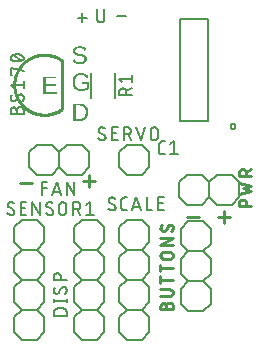
<source format=gto>
G04 EAGLE Gerber RS-274X export*
G75*
%MOMM*%
%FSLAX34Y34*%
%LPD*%
%INTop Silkscreen*%
%IPPOS*%
%AMOC8*
5,1,8,0,0,1.08239X$1,22.5*%
G01*
G04 Define Apertures*
%ADD10C,0.228600*%
%ADD11C,0.170000*%
%ADD12C,0.127000*%
%ADD13C,0.254000*%
%ADD14C,0.177800*%
%ADD15C,0.152400*%
G36*
X48781Y222594D02*
X39274Y222594D01*
X39274Y227674D01*
X47737Y227674D01*
X47737Y229267D01*
X39274Y229267D01*
X39274Y233943D01*
X48357Y233943D01*
X48357Y235557D01*
X37298Y235557D01*
X37298Y220980D01*
X48781Y220980D01*
X48781Y222594D01*
G37*
G36*
X68670Y198134D02*
X69174Y198176D01*
X69663Y198247D01*
X70136Y198345D01*
X70594Y198472D01*
X71036Y198626D01*
X71463Y198809D01*
X71874Y199020D01*
X72266Y199257D01*
X72635Y199520D01*
X72982Y199806D01*
X73305Y200118D01*
X73605Y200454D01*
X73882Y200815D01*
X74136Y201201D01*
X74368Y201612D01*
X74574Y202043D01*
X74752Y202493D01*
X74904Y202959D01*
X75027Y203444D01*
X75123Y203946D01*
X75192Y204466D01*
X75233Y205003D01*
X75247Y205558D01*
X75239Y205980D01*
X75216Y206390D01*
X75176Y206787D01*
X75121Y207173D01*
X75051Y207546D01*
X74964Y207906D01*
X74862Y208255D01*
X74744Y208591D01*
X74610Y208915D01*
X74461Y209227D01*
X74296Y209526D01*
X74115Y209813D01*
X73919Y210088D01*
X73706Y210351D01*
X73479Y210601D01*
X73235Y210840D01*
X72977Y211065D01*
X72705Y211275D01*
X72421Y211471D01*
X72123Y211652D01*
X71812Y211819D01*
X71488Y211971D01*
X71150Y212109D01*
X70800Y212232D01*
X70436Y212341D01*
X70059Y212436D01*
X69669Y212515D01*
X69265Y212581D01*
X68848Y212631D01*
X68419Y212668D01*
X67975Y212689D01*
X67519Y212697D01*
X62698Y212697D01*
X62698Y198120D01*
X68150Y198120D01*
X68670Y198134D01*
G37*
%LPC*%
G36*
X64674Y199703D02*
X64674Y211114D01*
X67478Y211114D01*
X68160Y211092D01*
X68802Y211025D01*
X69401Y210914D01*
X69959Y210758D01*
X70476Y210558D01*
X70951Y210314D01*
X71384Y210025D01*
X71776Y209691D01*
X72124Y209316D01*
X72426Y208900D01*
X72681Y208443D01*
X72890Y207947D01*
X73052Y207410D01*
X73168Y206833D01*
X73238Y206216D01*
X73261Y205558D01*
X73251Y205116D01*
X73220Y204688D01*
X73169Y204275D01*
X73098Y203877D01*
X73006Y203494D01*
X72894Y203126D01*
X72762Y202773D01*
X72609Y202434D01*
X72437Y202113D01*
X72248Y201811D01*
X72041Y201528D01*
X71816Y201265D01*
X71574Y201021D01*
X71314Y200797D01*
X71037Y200592D01*
X70742Y200406D01*
X70432Y200241D01*
X70110Y200099D01*
X69775Y199978D01*
X69429Y199879D01*
X69071Y199802D01*
X68700Y199747D01*
X68317Y199714D01*
X67922Y199703D01*
X64674Y199703D01*
G37*
%LPD*%
G36*
X68795Y246190D02*
X69451Y246242D01*
X70067Y246329D01*
X70642Y246450D01*
X71177Y246605D01*
X71672Y246796D01*
X72127Y247021D01*
X72542Y247280D01*
X72912Y247571D01*
X73232Y247890D01*
X73503Y248238D01*
X73725Y248615D01*
X73898Y249019D01*
X74021Y249453D01*
X74095Y249914D01*
X74113Y250156D01*
X74119Y250404D01*
X74106Y250790D01*
X74064Y251149D01*
X73994Y251483D01*
X73897Y251791D01*
X73775Y252076D01*
X73632Y252342D01*
X73467Y252588D01*
X73281Y252815D01*
X73076Y253024D01*
X72853Y253216D01*
X72613Y253391D01*
X72356Y253549D01*
X71803Y253830D01*
X71212Y254072D01*
X70588Y254279D01*
X69935Y254455D01*
X68595Y254770D01*
X67675Y254984D01*
X66922Y255180D01*
X66335Y255359D01*
X65915Y255520D01*
X65599Y255681D01*
X65322Y255859D01*
X65084Y256054D01*
X64886Y256265D01*
X64730Y256499D01*
X64618Y256763D01*
X64551Y257056D01*
X64529Y257377D01*
X64544Y257655D01*
X64587Y257916D01*
X64659Y258158D01*
X64759Y258383D01*
X64889Y258590D01*
X65047Y258780D01*
X65234Y258951D01*
X65450Y259105D01*
X65693Y259241D01*
X65962Y259358D01*
X66257Y259458D01*
X66578Y259539D01*
X66924Y259603D01*
X67297Y259648D01*
X67695Y259675D01*
X68119Y259684D01*
X68507Y259676D01*
X68872Y259652D01*
X69216Y259611D01*
X69539Y259554D01*
X69840Y259480D01*
X70119Y259390D01*
X70376Y259284D01*
X70612Y259162D01*
X70828Y259021D01*
X71026Y258861D01*
X71206Y258681D01*
X71368Y258480D01*
X71511Y258260D01*
X71637Y258020D01*
X71744Y257760D01*
X71833Y257481D01*
X73778Y257822D01*
X73634Y258263D01*
X73465Y258671D01*
X73272Y259045D01*
X73054Y259386D01*
X72811Y259693D01*
X72544Y259966D01*
X72253Y260207D01*
X71937Y260414D01*
X71590Y260592D01*
X71207Y260746D01*
X70787Y260877D01*
X70330Y260984D01*
X69838Y261067D01*
X69308Y261126D01*
X68742Y261162D01*
X68140Y261174D01*
X67492Y261158D01*
X66882Y261111D01*
X66312Y261031D01*
X65780Y260921D01*
X65286Y260778D01*
X64831Y260604D01*
X64415Y260398D01*
X64038Y260160D01*
X63702Y259893D01*
X63411Y259600D01*
X63165Y259279D01*
X62963Y258932D01*
X62806Y258557D01*
X62694Y258156D01*
X62627Y257728D01*
X62605Y257274D01*
X62622Y256877D01*
X62673Y256503D01*
X62759Y256153D01*
X62879Y255825D01*
X63031Y255520D01*
X63214Y255234D01*
X63427Y254969D01*
X63671Y254724D01*
X63953Y254494D01*
X64282Y254275D01*
X64659Y254067D01*
X65083Y253870D01*
X65582Y253679D01*
X66186Y253487D01*
X66893Y253296D01*
X67705Y253105D01*
X69516Y252680D01*
X69910Y252576D01*
X70276Y252461D01*
X70614Y252333D01*
X70923Y252194D01*
X71201Y252040D01*
X71446Y251866D01*
X71659Y251672D01*
X71838Y251460D01*
X71981Y251220D01*
X72083Y250948D01*
X72144Y250641D01*
X72164Y250301D01*
X72148Y249992D01*
X72099Y249703D01*
X72018Y249433D01*
X71904Y249182D01*
X71758Y248951D01*
X71579Y248738D01*
X71368Y248545D01*
X71124Y248372D01*
X70851Y248218D01*
X70550Y248084D01*
X70222Y247971D01*
X69866Y247879D01*
X69483Y247807D01*
X69073Y247756D01*
X68636Y247725D01*
X68171Y247715D01*
X67720Y247724D01*
X67293Y247753D01*
X66891Y247801D01*
X66513Y247868D01*
X66159Y247955D01*
X65829Y248061D01*
X65524Y248186D01*
X65243Y248330D01*
X64986Y248495D01*
X64752Y248682D01*
X64541Y248890D01*
X64353Y249120D01*
X64189Y249372D01*
X64048Y249646D01*
X63930Y249942D01*
X63836Y250260D01*
X61922Y249877D01*
X62046Y249428D01*
X62204Y249009D01*
X62398Y248618D01*
X62626Y248256D01*
X62890Y247924D01*
X63188Y247620D01*
X63522Y247345D01*
X63890Y247099D01*
X64294Y246882D01*
X64732Y246694D01*
X65206Y246535D01*
X65714Y246405D01*
X66258Y246303D01*
X66836Y246231D01*
X67450Y246188D01*
X68098Y246173D01*
X68795Y246190D01*
G37*
G36*
X70002Y223320D02*
X70488Y223351D01*
X70965Y223402D01*
X71433Y223474D01*
X71891Y223566D01*
X72341Y223679D01*
X72782Y223813D01*
X73213Y223967D01*
X73632Y224140D01*
X74034Y224329D01*
X74420Y224536D01*
X74789Y224759D01*
X75141Y225000D01*
X75477Y225257D01*
X75796Y225531D01*
X76099Y225822D01*
X76099Y230932D01*
X69823Y230932D01*
X69823Y229250D01*
X74249Y229250D01*
X74249Y226579D01*
X74047Y226395D01*
X73830Y226221D01*
X73598Y226056D01*
X73351Y225901D01*
X72813Y225621D01*
X72214Y225381D01*
X71897Y225277D01*
X71574Y225188D01*
X71245Y225112D01*
X70910Y225050D01*
X70568Y225001D01*
X70221Y224967D01*
X69867Y224946D01*
X69507Y224939D01*
X69194Y224946D01*
X68889Y224965D01*
X68592Y224996D01*
X68304Y225041D01*
X68025Y225098D01*
X67754Y225168D01*
X67239Y225345D01*
X66758Y225574D01*
X66312Y225853D01*
X65900Y226183D01*
X65523Y226564D01*
X65185Y226988D01*
X64893Y227450D01*
X64645Y227948D01*
X64443Y228484D01*
X64285Y229056D01*
X64172Y229665D01*
X64105Y230312D01*
X64082Y230995D01*
X64104Y231680D01*
X64167Y232325D01*
X64273Y232930D01*
X64422Y233496D01*
X64612Y234022D01*
X64845Y234509D01*
X65121Y234956D01*
X65439Y235363D01*
X65797Y235727D01*
X66192Y236042D01*
X66626Y236308D01*
X67097Y236526D01*
X67606Y236696D01*
X68153Y236817D01*
X68441Y236859D01*
X68738Y236890D01*
X69044Y236908D01*
X69360Y236914D01*
X69764Y236905D01*
X70152Y236878D01*
X70522Y236833D01*
X70875Y236769D01*
X71212Y236688D01*
X71531Y236589D01*
X71834Y236471D01*
X72120Y236336D01*
X72390Y236180D01*
X72645Y236004D01*
X72884Y235806D01*
X73109Y235587D01*
X73319Y235346D01*
X73515Y235084D01*
X73695Y234801D01*
X73860Y234496D01*
X75773Y235064D01*
X75555Y235505D01*
X75314Y235916D01*
X75051Y236295D01*
X74767Y236643D01*
X74460Y236960D01*
X74131Y237246D01*
X73780Y237500D01*
X73408Y237723D01*
X73010Y237918D01*
X72582Y238087D01*
X72126Y238230D01*
X71642Y238346D01*
X71128Y238437D01*
X70585Y238502D01*
X70013Y238541D01*
X69413Y238554D01*
X68981Y238546D01*
X68562Y238523D01*
X68155Y238485D01*
X67760Y238430D01*
X67378Y238361D01*
X67007Y238276D01*
X66649Y238176D01*
X66303Y238060D01*
X65970Y237929D01*
X65648Y237782D01*
X65339Y237620D01*
X65042Y237442D01*
X64758Y237249D01*
X64485Y237041D01*
X64225Y236817D01*
X63977Y236578D01*
X63743Y236324D01*
X63524Y236058D01*
X63320Y235779D01*
X63131Y235487D01*
X62957Y235183D01*
X62799Y234866D01*
X62655Y234536D01*
X62526Y234194D01*
X62413Y233838D01*
X62315Y233470D01*
X62232Y233090D01*
X62164Y232696D01*
X62111Y232290D01*
X62073Y231871D01*
X62050Y231439D01*
X62043Y230995D01*
X62057Y230416D01*
X62098Y229856D01*
X62168Y229315D01*
X62265Y228794D01*
X62390Y228291D01*
X62543Y227808D01*
X62723Y227345D01*
X62931Y226900D01*
X63166Y226478D01*
X63425Y226081D01*
X63709Y225710D01*
X64018Y225364D01*
X64352Y225043D01*
X64710Y224748D01*
X65094Y224479D01*
X65502Y224235D01*
X65932Y224018D01*
X66383Y223830D01*
X66854Y223671D01*
X67344Y223541D01*
X67855Y223440D01*
X68386Y223368D01*
X68936Y223324D01*
X69507Y223310D01*
X70002Y223320D01*
G37*
D10*
X185293Y116388D02*
X195622Y116388D01*
X190458Y111224D02*
X190458Y121553D01*
X168952Y116388D02*
X158623Y116388D01*
X81322Y146868D02*
X70993Y146868D01*
X76158Y141704D02*
X76158Y152033D01*
X27982Y145598D02*
X17653Y145598D01*
X203073Y125603D02*
X213487Y125603D01*
X203073Y125603D02*
X203073Y128496D01*
X203075Y128603D01*
X203081Y128710D01*
X203091Y128816D01*
X203105Y128922D01*
X203122Y129028D01*
X203144Y129132D01*
X203169Y129236D01*
X203199Y129339D01*
X203232Y129441D01*
X203268Y129541D01*
X203309Y129640D01*
X203353Y129737D01*
X203401Y129833D01*
X203452Y129927D01*
X203506Y130019D01*
X203564Y130109D01*
X203626Y130196D01*
X203690Y130282D01*
X203757Y130365D01*
X203828Y130445D01*
X203902Y130523D01*
X203978Y130598D01*
X204057Y130670D01*
X204138Y130739D01*
X204223Y130805D01*
X204309Y130868D01*
X204398Y130927D01*
X204489Y130983D01*
X204582Y131036D01*
X204676Y131086D01*
X204773Y131132D01*
X204871Y131174D01*
X204971Y131212D01*
X205072Y131247D01*
X205174Y131279D01*
X205278Y131306D01*
X205382Y131329D01*
X205487Y131349D01*
X205593Y131365D01*
X205699Y131377D01*
X205806Y131385D01*
X205913Y131389D01*
X206019Y131389D01*
X206126Y131385D01*
X206233Y131377D01*
X206339Y131365D01*
X206445Y131349D01*
X206550Y131329D01*
X206654Y131306D01*
X206758Y131279D01*
X206860Y131247D01*
X206961Y131212D01*
X207061Y131174D01*
X207159Y131132D01*
X207256Y131086D01*
X207350Y131036D01*
X207443Y130983D01*
X207534Y130927D01*
X207623Y130868D01*
X207709Y130805D01*
X207794Y130739D01*
X207875Y130670D01*
X207954Y130598D01*
X208030Y130523D01*
X208104Y130445D01*
X208175Y130365D01*
X208242Y130282D01*
X208306Y130196D01*
X208368Y130109D01*
X208426Y130019D01*
X208480Y129927D01*
X208531Y129833D01*
X208579Y129737D01*
X208623Y129640D01*
X208664Y129541D01*
X208700Y129441D01*
X208733Y129339D01*
X208763Y129236D01*
X208788Y129132D01*
X208810Y129028D01*
X208827Y128922D01*
X208841Y128816D01*
X208851Y128710D01*
X208857Y128603D01*
X208859Y128496D01*
X208859Y125603D01*
X203073Y136165D02*
X213487Y138479D01*
X206544Y140794D01*
X213487Y143108D01*
X203073Y145422D01*
X203073Y151355D02*
X213487Y151355D01*
X203073Y151355D02*
X203073Y154248D01*
X203075Y154355D01*
X203081Y154462D01*
X203091Y154568D01*
X203105Y154674D01*
X203122Y154780D01*
X203144Y154884D01*
X203169Y154988D01*
X203199Y155091D01*
X203232Y155193D01*
X203268Y155293D01*
X203309Y155392D01*
X203353Y155489D01*
X203401Y155585D01*
X203452Y155679D01*
X203506Y155771D01*
X203564Y155861D01*
X203626Y155948D01*
X203690Y156034D01*
X203757Y156117D01*
X203828Y156197D01*
X203902Y156275D01*
X203978Y156350D01*
X204057Y156422D01*
X204138Y156491D01*
X204223Y156557D01*
X204309Y156620D01*
X204398Y156679D01*
X204489Y156735D01*
X204582Y156788D01*
X204676Y156838D01*
X204773Y156884D01*
X204871Y156926D01*
X204971Y156964D01*
X205072Y156999D01*
X205174Y157031D01*
X205278Y157058D01*
X205382Y157081D01*
X205487Y157101D01*
X205593Y157117D01*
X205699Y157129D01*
X205806Y157137D01*
X205913Y157141D01*
X206019Y157141D01*
X206126Y157137D01*
X206233Y157129D01*
X206339Y157117D01*
X206445Y157101D01*
X206550Y157081D01*
X206654Y157058D01*
X206758Y157031D01*
X206860Y156999D01*
X206961Y156964D01*
X207061Y156926D01*
X207159Y156884D01*
X207256Y156838D01*
X207350Y156788D01*
X207443Y156735D01*
X207534Y156679D01*
X207623Y156620D01*
X207709Y156557D01*
X207794Y156491D01*
X207875Y156422D01*
X207954Y156350D01*
X208030Y156275D01*
X208104Y156197D01*
X208175Y156117D01*
X208242Y156034D01*
X208306Y155948D01*
X208368Y155861D01*
X208426Y155771D01*
X208480Y155679D01*
X208531Y155585D01*
X208579Y155489D01*
X208623Y155392D01*
X208664Y155293D01*
X208700Y155193D01*
X208733Y155091D01*
X208763Y154988D01*
X208788Y154884D01*
X208810Y154780D01*
X208827Y154674D01*
X208841Y154568D01*
X208851Y154462D01*
X208857Y154355D01*
X208859Y154248D01*
X208859Y151355D01*
X208859Y154827D02*
X213487Y157141D01*
D11*
X195970Y193490D02*
X195972Y193579D01*
X195978Y193668D01*
X195988Y193757D01*
X196002Y193845D01*
X196019Y193932D01*
X196041Y194018D01*
X196067Y194104D01*
X196096Y194188D01*
X196129Y194271D01*
X196165Y194352D01*
X196206Y194432D01*
X196249Y194509D01*
X196296Y194585D01*
X196347Y194658D01*
X196400Y194729D01*
X196457Y194798D01*
X196517Y194864D01*
X196580Y194928D01*
X196645Y194988D01*
X196713Y195046D01*
X196784Y195100D01*
X196857Y195151D01*
X196932Y195199D01*
X197009Y195244D01*
X197088Y195285D01*
X197169Y195322D01*
X197251Y195356D01*
X197335Y195387D01*
X197420Y195413D01*
X197506Y195436D01*
X197593Y195454D01*
X197681Y195469D01*
X197770Y195480D01*
X197859Y195487D01*
X197948Y195490D01*
X198037Y195489D01*
X198126Y195484D01*
X198214Y195475D01*
X198303Y195462D01*
X198390Y195445D01*
X198477Y195425D01*
X198563Y195400D01*
X198647Y195372D01*
X198730Y195340D01*
X198812Y195304D01*
X198892Y195265D01*
X198970Y195222D01*
X199046Y195176D01*
X199120Y195126D01*
X199192Y195073D01*
X199261Y195017D01*
X199328Y194958D01*
X199392Y194896D01*
X199453Y194832D01*
X199512Y194764D01*
X199567Y194694D01*
X199619Y194622D01*
X199668Y194547D01*
X199713Y194471D01*
X199755Y194392D01*
X199793Y194312D01*
X199828Y194230D01*
X199859Y194146D01*
X199887Y194061D01*
X199910Y193975D01*
X199930Y193888D01*
X199946Y193801D01*
X199958Y193712D01*
X199966Y193624D01*
X199970Y193535D01*
X199970Y193445D01*
X199966Y193356D01*
X199958Y193268D01*
X199946Y193179D01*
X199930Y193092D01*
X199910Y193005D01*
X199887Y192919D01*
X199859Y192834D01*
X199828Y192750D01*
X199793Y192668D01*
X199755Y192588D01*
X199713Y192509D01*
X199668Y192433D01*
X199619Y192358D01*
X199567Y192286D01*
X199512Y192216D01*
X199453Y192148D01*
X199392Y192084D01*
X199328Y192022D01*
X199261Y191963D01*
X199192Y191907D01*
X199120Y191854D01*
X199046Y191804D01*
X198970Y191758D01*
X198892Y191715D01*
X198812Y191676D01*
X198730Y191640D01*
X198647Y191608D01*
X198563Y191580D01*
X198477Y191555D01*
X198390Y191535D01*
X198303Y191518D01*
X198214Y191505D01*
X198126Y191496D01*
X198037Y191491D01*
X197948Y191490D01*
X197859Y191493D01*
X197770Y191500D01*
X197681Y191511D01*
X197593Y191526D01*
X197506Y191544D01*
X197420Y191567D01*
X197335Y191593D01*
X197251Y191624D01*
X197169Y191658D01*
X197088Y191695D01*
X197009Y191736D01*
X196932Y191781D01*
X196857Y191829D01*
X196784Y191880D01*
X196713Y191934D01*
X196645Y191992D01*
X196580Y192052D01*
X196517Y192116D01*
X196457Y192182D01*
X196400Y192251D01*
X196347Y192322D01*
X196296Y192395D01*
X196249Y192471D01*
X196206Y192548D01*
X196165Y192628D01*
X196129Y192709D01*
X196096Y192792D01*
X196067Y192876D01*
X196041Y192962D01*
X196019Y193048D01*
X196002Y193135D01*
X195988Y193223D01*
X195978Y193312D01*
X195972Y193401D01*
X195970Y193490D01*
D12*
X176980Y198050D02*
X153220Y198050D01*
X153220Y284550D02*
X176980Y284550D01*
X176980Y198050D01*
X153220Y198050D02*
X153220Y284550D01*
D13*
X53340Y248920D02*
X52838Y249287D01*
X52328Y249641D01*
X51809Y249983D01*
X51282Y250312D01*
X50746Y250628D01*
X50204Y250931D01*
X49654Y251220D01*
X49097Y251496D01*
X48534Y251758D01*
X47964Y252007D01*
X47388Y252241D01*
X46807Y252461D01*
X46221Y252667D01*
X45629Y252858D01*
X45034Y253035D01*
X44434Y253198D01*
X43830Y253345D01*
X43223Y253478D01*
X42613Y253596D01*
X42000Y253699D01*
X41385Y253787D01*
X40768Y253860D01*
X40149Y253917D01*
X39529Y253960D01*
X38908Y253987D01*
X38287Y253999D01*
X37665Y253996D01*
X37044Y253978D01*
X36424Y253945D01*
X35804Y253896D01*
X35186Y253832D01*
X34569Y253753D01*
X33955Y253660D01*
X33343Y253551D01*
X32734Y253427D01*
X32128Y253288D01*
X31526Y253135D01*
X30928Y252966D01*
X30334Y252784D01*
X29745Y252586D01*
X29160Y252375D01*
X28581Y252149D01*
X28008Y251909D01*
X27441Y251655D01*
X26880Y251388D01*
X26326Y251106D01*
X25779Y250811D01*
X25239Y250503D01*
X24707Y250182D01*
X24183Y249848D01*
X23667Y249501D01*
X23160Y249142D01*
X22662Y248770D01*
X22173Y248386D01*
X21694Y247991D01*
X21225Y247584D01*
X20765Y247165D01*
X20316Y246736D01*
X19878Y246295D01*
X19450Y245844D01*
X19034Y245382D01*
X18629Y244911D01*
X18236Y244430D01*
X17855Y243939D01*
X17485Y243439D01*
X17129Y242930D01*
X16784Y242413D01*
X16453Y241887D01*
X16134Y241354D01*
X15829Y240813D01*
X15537Y240264D01*
X15258Y239709D01*
X14993Y239146D01*
X14742Y238578D01*
X14505Y238004D01*
X14282Y237423D01*
X14073Y236838D01*
X13879Y236248D01*
X13699Y235653D01*
X13534Y235054D01*
X13383Y234451D01*
X13247Y233845D01*
X13126Y233235D01*
X13021Y232623D01*
X12930Y232008D01*
X12854Y231391D01*
X12793Y230772D01*
X12748Y230153D01*
X12717Y229532D01*
X12702Y228911D01*
X12702Y228289D01*
X12717Y227668D01*
X12748Y227047D01*
X12793Y226428D01*
X12854Y225809D01*
X12930Y225192D01*
X13021Y224577D01*
X13126Y223965D01*
X13247Y223355D01*
X13383Y222749D01*
X13534Y222146D01*
X13699Y221547D01*
X13879Y220952D01*
X14073Y220362D01*
X14282Y219777D01*
X14505Y219196D01*
X14742Y218622D01*
X14993Y218054D01*
X15258Y217491D01*
X15537Y216936D01*
X15829Y216387D01*
X16134Y215846D01*
X16453Y215313D01*
X16784Y214787D01*
X17129Y214270D01*
X17485Y213761D01*
X17855Y213261D01*
X18236Y212770D01*
X18629Y212289D01*
X19034Y211818D01*
X19450Y211356D01*
X19878Y210905D01*
X20316Y210464D01*
X20765Y210035D01*
X21225Y209616D01*
X21694Y209209D01*
X22173Y208814D01*
X22662Y208430D01*
X23160Y208058D01*
X23667Y207699D01*
X24183Y207352D01*
X24707Y207018D01*
X25239Y206697D01*
X25779Y206389D01*
X26326Y206094D01*
X26880Y205812D01*
X27441Y205545D01*
X28008Y205291D01*
X28581Y205051D01*
X29160Y204825D01*
X29745Y204614D01*
X30334Y204416D01*
X30928Y204234D01*
X31526Y204065D01*
X32128Y203912D01*
X32734Y203773D01*
X33343Y203649D01*
X33955Y203540D01*
X34569Y203447D01*
X35186Y203368D01*
X35804Y203304D01*
X36424Y203255D01*
X37044Y203222D01*
X37665Y203204D01*
X38287Y203201D01*
X38908Y203213D01*
X39529Y203240D01*
X40149Y203283D01*
X40768Y203340D01*
X41385Y203413D01*
X42000Y203501D01*
X42613Y203604D01*
X43223Y203722D01*
X43830Y203855D01*
X44434Y204002D01*
X45034Y204165D01*
X45629Y204342D01*
X46221Y204533D01*
X46807Y204739D01*
X47388Y204959D01*
X47964Y205193D01*
X48534Y205442D01*
X49097Y205704D01*
X49654Y205980D01*
X50204Y206269D01*
X50746Y206572D01*
X51282Y206888D01*
X51809Y207217D01*
X52328Y207559D01*
X52838Y207913D01*
X53340Y208280D01*
X53340Y248920D01*
D14*
X14633Y207123D02*
X14633Y204089D01*
X14633Y207123D02*
X14635Y207231D01*
X14641Y207339D01*
X14650Y207447D01*
X14664Y207555D01*
X14681Y207662D01*
X14702Y207768D01*
X14727Y207873D01*
X14756Y207978D01*
X14788Y208081D01*
X14824Y208183D01*
X14864Y208284D01*
X14907Y208383D01*
X14954Y208481D01*
X15004Y208577D01*
X15058Y208671D01*
X15115Y208763D01*
X15175Y208853D01*
X15238Y208941D01*
X15305Y209027D01*
X15374Y209110D01*
X15446Y209190D01*
X15522Y209268D01*
X15600Y209344D01*
X15680Y209416D01*
X15763Y209485D01*
X15849Y209552D01*
X15937Y209615D01*
X16027Y209675D01*
X16119Y209732D01*
X16213Y209786D01*
X16309Y209836D01*
X16407Y209883D01*
X16506Y209926D01*
X16607Y209966D01*
X16709Y210002D01*
X16812Y210034D01*
X16917Y210063D01*
X17022Y210088D01*
X17128Y210109D01*
X17235Y210126D01*
X17343Y210140D01*
X17451Y210149D01*
X17559Y210155D01*
X17667Y210157D01*
X17775Y210155D01*
X17883Y210149D01*
X17991Y210140D01*
X18099Y210126D01*
X18206Y210109D01*
X18312Y210088D01*
X18417Y210063D01*
X18522Y210034D01*
X18625Y210002D01*
X18727Y209966D01*
X18828Y209926D01*
X18927Y209883D01*
X19025Y209836D01*
X19121Y209786D01*
X19215Y209732D01*
X19307Y209675D01*
X19397Y209615D01*
X19485Y209552D01*
X19571Y209485D01*
X19654Y209416D01*
X19734Y209344D01*
X19812Y209268D01*
X19888Y209190D01*
X19960Y209110D01*
X20029Y209027D01*
X20096Y208941D01*
X20159Y208853D01*
X20219Y208763D01*
X20276Y208671D01*
X20330Y208577D01*
X20380Y208481D01*
X20427Y208383D01*
X20470Y208284D01*
X20510Y208183D01*
X20546Y208081D01*
X20578Y207978D01*
X20607Y207873D01*
X20632Y207768D01*
X20653Y207662D01*
X20670Y207555D01*
X20684Y207447D01*
X20693Y207339D01*
X20699Y207231D01*
X20701Y207123D01*
X20701Y204089D01*
X9779Y204089D01*
X9779Y207123D01*
X9781Y207221D01*
X9787Y207318D01*
X9797Y207416D01*
X9810Y207512D01*
X9828Y207608D01*
X9850Y207704D01*
X9875Y207798D01*
X9904Y207892D01*
X9937Y207984D01*
X9973Y208074D01*
X10013Y208163D01*
X10057Y208251D01*
X10104Y208337D01*
X10155Y208420D01*
X10209Y208502D01*
X10266Y208581D01*
X10326Y208658D01*
X10389Y208732D01*
X10456Y208804D01*
X10525Y208873D01*
X10597Y208940D01*
X10671Y209003D01*
X10748Y209063D01*
X10827Y209120D01*
X10909Y209174D01*
X10992Y209225D01*
X11078Y209272D01*
X11166Y209316D01*
X11255Y209356D01*
X11345Y209392D01*
X11437Y209425D01*
X11531Y209454D01*
X11625Y209479D01*
X11721Y209501D01*
X11817Y209519D01*
X11913Y209532D01*
X12011Y209542D01*
X12108Y209548D01*
X12206Y209550D01*
X12304Y209548D01*
X12401Y209542D01*
X12499Y209532D01*
X12595Y209519D01*
X12691Y209501D01*
X12787Y209479D01*
X12881Y209454D01*
X12975Y209425D01*
X13067Y209392D01*
X13157Y209356D01*
X13246Y209316D01*
X13334Y209272D01*
X13420Y209225D01*
X13503Y209174D01*
X13585Y209120D01*
X13664Y209063D01*
X13741Y209003D01*
X13815Y208940D01*
X13887Y208873D01*
X13956Y208804D01*
X14023Y208732D01*
X14086Y208658D01*
X14146Y208581D01*
X14203Y208502D01*
X14257Y208420D01*
X14308Y208337D01*
X14355Y208251D01*
X14399Y208163D01*
X14439Y208074D01*
X14475Y207984D01*
X14508Y207892D01*
X14537Y207798D01*
X14562Y207704D01*
X14584Y207608D01*
X14602Y207512D01*
X14615Y207416D01*
X14625Y207318D01*
X14631Y207221D01*
X14633Y207123D01*
X20701Y218165D02*
X20699Y218263D01*
X20693Y218360D01*
X20683Y218458D01*
X20670Y218554D01*
X20652Y218650D01*
X20630Y218746D01*
X20605Y218840D01*
X20576Y218934D01*
X20543Y219026D01*
X20507Y219116D01*
X20467Y219205D01*
X20423Y219293D01*
X20376Y219379D01*
X20325Y219462D01*
X20271Y219544D01*
X20214Y219623D01*
X20154Y219700D01*
X20091Y219774D01*
X20024Y219846D01*
X19955Y219915D01*
X19883Y219982D01*
X19809Y220045D01*
X19732Y220105D01*
X19653Y220162D01*
X19571Y220216D01*
X19488Y220267D01*
X19402Y220314D01*
X19314Y220358D01*
X19225Y220398D01*
X19135Y220434D01*
X19043Y220467D01*
X18949Y220496D01*
X18855Y220521D01*
X18759Y220543D01*
X18663Y220561D01*
X18567Y220574D01*
X18469Y220584D01*
X18372Y220590D01*
X18274Y220592D01*
X20701Y218165D02*
X20699Y218025D01*
X20693Y217886D01*
X20684Y217747D01*
X20671Y217608D01*
X20654Y217469D01*
X20633Y217331D01*
X20608Y217194D01*
X20580Y217057D01*
X20548Y216921D01*
X20512Y216786D01*
X20473Y216652D01*
X20430Y216520D01*
X20383Y216388D01*
X20333Y216258D01*
X20279Y216129D01*
X20222Y216002D01*
X20162Y215876D01*
X20098Y215752D01*
X20030Y215629D01*
X19959Y215509D01*
X19886Y215391D01*
X19808Y215274D01*
X19728Y215160D01*
X19645Y215048D01*
X19558Y214939D01*
X19469Y214831D01*
X19377Y214726D01*
X19282Y214624D01*
X19184Y214525D01*
X12206Y214828D02*
X12108Y214830D01*
X12011Y214836D01*
X11913Y214846D01*
X11817Y214859D01*
X11721Y214877D01*
X11625Y214899D01*
X11531Y214924D01*
X11437Y214953D01*
X11345Y214986D01*
X11255Y215022D01*
X11166Y215062D01*
X11078Y215106D01*
X10992Y215153D01*
X10909Y215204D01*
X10827Y215258D01*
X10748Y215315D01*
X10671Y215375D01*
X10597Y215438D01*
X10525Y215505D01*
X10456Y215574D01*
X10389Y215646D01*
X10326Y215720D01*
X10266Y215797D01*
X10209Y215876D01*
X10155Y215958D01*
X10104Y216042D01*
X10057Y216127D01*
X10013Y216215D01*
X9973Y216304D01*
X9937Y216394D01*
X9904Y216486D01*
X9875Y216580D01*
X9850Y216674D01*
X9828Y216770D01*
X9810Y216866D01*
X9797Y216962D01*
X9787Y217060D01*
X9781Y217157D01*
X9779Y217255D01*
X9781Y217388D01*
X9787Y217521D01*
X9797Y217654D01*
X9810Y217786D01*
X9828Y217918D01*
X9849Y218050D01*
X9874Y218180D01*
X9903Y218310D01*
X9936Y218439D01*
X9972Y218567D01*
X10013Y218694D01*
X10056Y218820D01*
X10104Y218944D01*
X10155Y219067D01*
X10210Y219188D01*
X10268Y219308D01*
X10330Y219426D01*
X10395Y219542D01*
X10464Y219656D01*
X10536Y219768D01*
X10611Y219878D01*
X10689Y219986D01*
X14330Y216042D02*
X14278Y215958D01*
X14223Y215876D01*
X14165Y215797D01*
X14104Y215720D01*
X14039Y215645D01*
X13972Y215573D01*
X13902Y215504D01*
X13829Y215438D01*
X13754Y215375D01*
X13676Y215314D01*
X13596Y215257D01*
X13513Y215203D01*
X13429Y215153D01*
X13343Y215106D01*
X13254Y215062D01*
X13164Y215022D01*
X13073Y214986D01*
X12980Y214953D01*
X12886Y214924D01*
X12791Y214898D01*
X12695Y214877D01*
X12598Y214859D01*
X12501Y214846D01*
X12403Y214836D01*
X12304Y214830D01*
X12206Y214828D01*
X16150Y219379D02*
X16202Y219462D01*
X16257Y219544D01*
X16315Y219623D01*
X16376Y219700D01*
X16441Y219775D01*
X16508Y219847D01*
X16578Y219916D01*
X16651Y219982D01*
X16726Y220045D01*
X16804Y220106D01*
X16884Y220163D01*
X16967Y220217D01*
X17051Y220267D01*
X17137Y220314D01*
X17226Y220358D01*
X17316Y220398D01*
X17407Y220435D01*
X17500Y220467D01*
X17594Y220496D01*
X17689Y220522D01*
X17785Y220543D01*
X17882Y220561D01*
X17979Y220574D01*
X18077Y220584D01*
X18176Y220590D01*
X18274Y220592D01*
X16150Y219378D02*
X14330Y216041D01*
X12206Y225573D02*
X9779Y228607D01*
X20701Y228607D01*
X20701Y225573D02*
X20701Y231641D01*
X10993Y237003D02*
X9779Y237003D01*
X9779Y243071D01*
X20701Y240037D01*
X15240Y248433D02*
X15025Y248436D01*
X14810Y248443D01*
X14596Y248456D01*
X14382Y248474D01*
X14168Y248497D01*
X13955Y248525D01*
X13743Y248558D01*
X13531Y248597D01*
X13321Y248640D01*
X13112Y248688D01*
X12903Y248742D01*
X12697Y248800D01*
X12491Y248863D01*
X12287Y248931D01*
X12085Y249004D01*
X11885Y249082D01*
X11686Y249164D01*
X11490Y249251D01*
X11296Y249343D01*
X11209Y249375D01*
X11123Y249411D01*
X11039Y249450D01*
X10956Y249492D01*
X10875Y249538D01*
X10797Y249587D01*
X10720Y249639D01*
X10646Y249695D01*
X10574Y249753D01*
X10504Y249815D01*
X10437Y249879D01*
X10373Y249946D01*
X10311Y250016D01*
X10253Y250088D01*
X10197Y250162D01*
X10145Y250239D01*
X10096Y250317D01*
X10050Y250398D01*
X10007Y250481D01*
X9968Y250565D01*
X9933Y250651D01*
X9901Y250738D01*
X9872Y250826D01*
X9848Y250916D01*
X9827Y251006D01*
X9810Y251097D01*
X9796Y251189D01*
X9787Y251282D01*
X9781Y251374D01*
X9779Y251467D01*
X9781Y251560D01*
X9787Y251652D01*
X9796Y251745D01*
X9810Y251837D01*
X9827Y251928D01*
X9848Y252018D01*
X9872Y252108D01*
X9901Y252196D01*
X9933Y252283D01*
X9968Y252369D01*
X10007Y252453D01*
X10050Y252536D01*
X10096Y252617D01*
X10145Y252695D01*
X10197Y252772D01*
X10253Y252846D01*
X10311Y252918D01*
X10373Y252988D01*
X10437Y253055D01*
X10504Y253119D01*
X10574Y253181D01*
X10646Y253239D01*
X10720Y253295D01*
X10797Y253347D01*
X10876Y253396D01*
X10956Y253442D01*
X11039Y253484D01*
X11123Y253523D01*
X11209Y253559D01*
X11296Y253591D01*
X11490Y253683D01*
X11686Y253770D01*
X11885Y253852D01*
X12085Y253930D01*
X12287Y254003D01*
X12491Y254071D01*
X12697Y254134D01*
X12903Y254192D01*
X13112Y254246D01*
X13321Y254294D01*
X13531Y254337D01*
X13743Y254376D01*
X13955Y254409D01*
X14168Y254437D01*
X14382Y254460D01*
X14596Y254478D01*
X14810Y254491D01*
X15025Y254498D01*
X15240Y254501D01*
X15240Y248433D02*
X15455Y248436D01*
X15670Y248443D01*
X15884Y248456D01*
X16098Y248474D01*
X16312Y248497D01*
X16525Y248525D01*
X16737Y248558D01*
X16949Y248597D01*
X17159Y248640D01*
X17368Y248688D01*
X17577Y248742D01*
X17783Y248800D01*
X17989Y248863D01*
X18193Y248931D01*
X18395Y249004D01*
X18595Y249082D01*
X18794Y249164D01*
X18990Y249251D01*
X19184Y249343D01*
X19271Y249375D01*
X19357Y249411D01*
X19441Y249450D01*
X19524Y249492D01*
X19605Y249538D01*
X19683Y249587D01*
X19760Y249640D01*
X19834Y249695D01*
X19906Y249753D01*
X19976Y249815D01*
X20043Y249879D01*
X20107Y249946D01*
X20169Y250016D01*
X20227Y250088D01*
X20283Y250162D01*
X20335Y250239D01*
X20384Y250317D01*
X20430Y250398D01*
X20473Y250481D01*
X20512Y250565D01*
X20547Y250651D01*
X20579Y250738D01*
X20608Y250826D01*
X20632Y250916D01*
X20653Y251006D01*
X20670Y251097D01*
X20684Y251189D01*
X20693Y251282D01*
X20699Y251374D01*
X20701Y251467D01*
X19184Y253591D02*
X18990Y253683D01*
X18794Y253770D01*
X18595Y253852D01*
X18395Y253930D01*
X18193Y254003D01*
X17989Y254071D01*
X17783Y254134D01*
X17577Y254192D01*
X17368Y254246D01*
X17159Y254294D01*
X16949Y254337D01*
X16737Y254376D01*
X16525Y254409D01*
X16312Y254437D01*
X16098Y254460D01*
X15884Y254478D01*
X15670Y254491D01*
X15455Y254498D01*
X15240Y254501D01*
X19184Y253591D02*
X19271Y253559D01*
X19357Y253523D01*
X19441Y253484D01*
X19524Y253442D01*
X19605Y253396D01*
X19683Y253347D01*
X19760Y253294D01*
X19834Y253239D01*
X19906Y253181D01*
X19976Y253119D01*
X20043Y253055D01*
X20107Y252988D01*
X20169Y252918D01*
X20227Y252846D01*
X20283Y252772D01*
X20335Y252695D01*
X20384Y252617D01*
X20430Y252536D01*
X20473Y252453D01*
X20512Y252369D01*
X20547Y252283D01*
X20579Y252196D01*
X20608Y252108D01*
X20632Y252018D01*
X20653Y251928D01*
X20670Y251837D01*
X20684Y251745D01*
X20693Y251652D01*
X20699Y251560D01*
X20701Y251467D01*
X18274Y249040D02*
X12206Y253894D01*
D12*
X98154Y239001D02*
X98154Y217501D01*
X77672Y217501D02*
X77672Y239001D01*
D14*
X101583Y219553D02*
X112505Y219553D01*
X101583Y219553D02*
X101583Y222587D01*
X101585Y222695D01*
X101591Y222803D01*
X101600Y222911D01*
X101614Y223019D01*
X101631Y223126D01*
X101652Y223232D01*
X101677Y223337D01*
X101706Y223442D01*
X101738Y223545D01*
X101774Y223647D01*
X101814Y223748D01*
X101857Y223847D01*
X101904Y223945D01*
X101954Y224041D01*
X102008Y224135D01*
X102065Y224227D01*
X102125Y224317D01*
X102188Y224405D01*
X102255Y224491D01*
X102324Y224574D01*
X102396Y224654D01*
X102472Y224732D01*
X102550Y224808D01*
X102630Y224880D01*
X102713Y224949D01*
X102799Y225016D01*
X102887Y225079D01*
X102977Y225139D01*
X103069Y225196D01*
X103163Y225250D01*
X103259Y225300D01*
X103357Y225347D01*
X103456Y225390D01*
X103557Y225430D01*
X103659Y225466D01*
X103762Y225498D01*
X103867Y225527D01*
X103972Y225552D01*
X104078Y225573D01*
X104185Y225590D01*
X104293Y225604D01*
X104401Y225613D01*
X104509Y225619D01*
X104617Y225621D01*
X104725Y225619D01*
X104833Y225613D01*
X104941Y225604D01*
X105049Y225590D01*
X105156Y225573D01*
X105262Y225552D01*
X105367Y225527D01*
X105472Y225498D01*
X105575Y225466D01*
X105677Y225430D01*
X105778Y225390D01*
X105877Y225347D01*
X105975Y225300D01*
X106071Y225250D01*
X106165Y225196D01*
X106257Y225139D01*
X106347Y225079D01*
X106435Y225016D01*
X106521Y224949D01*
X106604Y224880D01*
X106684Y224808D01*
X106762Y224732D01*
X106838Y224654D01*
X106910Y224574D01*
X106979Y224491D01*
X107046Y224405D01*
X107109Y224317D01*
X107169Y224227D01*
X107226Y224135D01*
X107280Y224041D01*
X107330Y223945D01*
X107377Y223847D01*
X107420Y223748D01*
X107460Y223647D01*
X107496Y223545D01*
X107528Y223442D01*
X107557Y223337D01*
X107582Y223232D01*
X107603Y223126D01*
X107620Y223019D01*
X107634Y222911D01*
X107643Y222803D01*
X107649Y222695D01*
X107651Y222587D01*
X107651Y219553D01*
X107651Y223193D02*
X112505Y225621D01*
X104010Y230882D02*
X101583Y233915D01*
X112505Y233915D01*
X112505Y230882D02*
X112505Y236949D01*
D15*
X69850Y152400D02*
X57150Y152400D01*
X50800Y158750D01*
X50800Y171450D01*
X57150Y177800D01*
X76200Y171450D02*
X76200Y158750D01*
X69850Y152400D01*
X76200Y171450D02*
X69850Y177800D01*
X57150Y177800D01*
X50800Y158750D02*
X44450Y152400D01*
X31750Y152400D01*
X25400Y158750D01*
X25400Y171450D01*
X31750Y177800D01*
X44450Y177800D01*
X50800Y171450D01*
D14*
X36000Y145923D02*
X36000Y135001D01*
X36000Y145923D02*
X40855Y145923D01*
X40855Y141069D02*
X36000Y141069D01*
X44887Y135001D02*
X48528Y145923D01*
X52169Y135001D01*
X51259Y137732D02*
X45798Y137732D01*
X57305Y135001D02*
X57305Y145923D01*
X63373Y135001D01*
X63373Y145923D01*
D15*
X12700Y69850D02*
X19050Y63500D01*
X12700Y69850D02*
X12700Y82550D01*
X19050Y88900D01*
X31750Y88900D01*
X38100Y82550D01*
X38100Y69850D01*
X31750Y63500D01*
X12700Y31750D02*
X12700Y19050D01*
X12700Y31750D02*
X19050Y38100D01*
X31750Y38100D01*
X38100Y31750D01*
X19050Y38100D02*
X12700Y44450D01*
X12700Y57150D01*
X19050Y63500D01*
X31750Y63500D01*
X38100Y57150D01*
X38100Y44450D01*
X31750Y38100D01*
X31750Y12700D02*
X19050Y12700D01*
X12700Y19050D01*
X31750Y12700D02*
X38100Y19050D01*
X38100Y31750D01*
X12700Y95250D02*
X12700Y107950D01*
X19050Y114300D01*
X31750Y114300D01*
X38100Y107950D01*
X19050Y88900D02*
X12700Y95250D01*
X31750Y88900D02*
X38100Y95250D01*
X38100Y107950D01*
D14*
X12827Y120918D02*
X12825Y120820D01*
X12819Y120723D01*
X12809Y120625D01*
X12796Y120529D01*
X12778Y120433D01*
X12756Y120337D01*
X12731Y120243D01*
X12702Y120149D01*
X12669Y120057D01*
X12633Y119967D01*
X12593Y119878D01*
X12549Y119790D01*
X12502Y119705D01*
X12451Y119621D01*
X12397Y119539D01*
X12340Y119460D01*
X12280Y119383D01*
X12217Y119309D01*
X12150Y119237D01*
X12081Y119168D01*
X12009Y119101D01*
X11935Y119038D01*
X11858Y118978D01*
X11779Y118921D01*
X11697Y118867D01*
X11614Y118816D01*
X11528Y118769D01*
X11440Y118725D01*
X11351Y118685D01*
X11261Y118649D01*
X11169Y118616D01*
X11075Y118587D01*
X10981Y118562D01*
X10885Y118540D01*
X10789Y118522D01*
X10693Y118509D01*
X10595Y118499D01*
X10498Y118493D01*
X10400Y118491D01*
X10260Y118493D01*
X10121Y118499D01*
X9982Y118508D01*
X9843Y118521D01*
X9704Y118538D01*
X9566Y118559D01*
X9429Y118584D01*
X9292Y118612D01*
X9156Y118644D01*
X9021Y118680D01*
X8887Y118719D01*
X8755Y118762D01*
X8623Y118809D01*
X8493Y118859D01*
X8364Y118913D01*
X8237Y118970D01*
X8111Y119030D01*
X7987Y119094D01*
X7864Y119162D01*
X7744Y119233D01*
X7626Y119306D01*
X7509Y119384D01*
X7395Y119464D01*
X7283Y119547D01*
X7173Y119634D01*
X7066Y119723D01*
X6961Y119815D01*
X6859Y119910D01*
X6760Y120008D01*
X7063Y126986D02*
X7065Y127084D01*
X7071Y127181D01*
X7081Y127279D01*
X7094Y127375D01*
X7112Y127471D01*
X7134Y127567D01*
X7159Y127661D01*
X7188Y127755D01*
X7221Y127847D01*
X7257Y127937D01*
X7297Y128026D01*
X7341Y128114D01*
X7388Y128200D01*
X7439Y128283D01*
X7493Y128365D01*
X7550Y128444D01*
X7610Y128521D01*
X7673Y128595D01*
X7740Y128667D01*
X7809Y128736D01*
X7881Y128803D01*
X7955Y128866D01*
X8032Y128926D01*
X8111Y128983D01*
X8193Y129037D01*
X8277Y129088D01*
X8362Y129135D01*
X8450Y129179D01*
X8539Y129219D01*
X8629Y129255D01*
X8721Y129288D01*
X8815Y129317D01*
X8909Y129342D01*
X9005Y129364D01*
X9101Y129382D01*
X9197Y129395D01*
X9295Y129405D01*
X9392Y129411D01*
X9490Y129413D01*
X9623Y129411D01*
X9756Y129405D01*
X9889Y129395D01*
X10021Y129382D01*
X10153Y129364D01*
X10285Y129343D01*
X10415Y129318D01*
X10545Y129289D01*
X10674Y129256D01*
X10802Y129220D01*
X10929Y129179D01*
X11055Y129136D01*
X11179Y129088D01*
X11302Y129037D01*
X11423Y128982D01*
X11543Y128924D01*
X11661Y128862D01*
X11777Y128797D01*
X11891Y128728D01*
X12003Y128656D01*
X12113Y128581D01*
X12221Y128503D01*
X8277Y124862D02*
X8193Y124914D01*
X8111Y124969D01*
X8032Y125027D01*
X7955Y125088D01*
X7880Y125153D01*
X7808Y125220D01*
X7739Y125290D01*
X7673Y125363D01*
X7610Y125438D01*
X7549Y125516D01*
X7492Y125596D01*
X7438Y125679D01*
X7388Y125763D01*
X7341Y125849D01*
X7297Y125938D01*
X7257Y126028D01*
X7220Y126119D01*
X7188Y126212D01*
X7159Y126306D01*
X7133Y126401D01*
X7112Y126497D01*
X7094Y126594D01*
X7081Y126691D01*
X7071Y126789D01*
X7065Y126888D01*
X7063Y126986D01*
X11613Y123042D02*
X11697Y122990D01*
X11779Y122935D01*
X11858Y122877D01*
X11935Y122816D01*
X12010Y122751D01*
X12082Y122684D01*
X12151Y122614D01*
X12217Y122541D01*
X12280Y122466D01*
X12341Y122388D01*
X12398Y122308D01*
X12452Y122225D01*
X12502Y122141D01*
X12549Y122055D01*
X12593Y121966D01*
X12633Y121876D01*
X12670Y121785D01*
X12702Y121692D01*
X12731Y121598D01*
X12757Y121503D01*
X12778Y121407D01*
X12796Y121310D01*
X12809Y121213D01*
X12819Y121115D01*
X12825Y121016D01*
X12827Y120918D01*
X11614Y123042D02*
X8276Y124862D01*
X18220Y118491D02*
X23075Y118491D01*
X18220Y118491D02*
X18220Y129413D01*
X23075Y129413D01*
X21861Y124559D02*
X18220Y124559D01*
X28095Y129413D02*
X28095Y118491D01*
X34163Y118491D02*
X28095Y129413D01*
X34163Y129413D02*
X34163Y118491D01*
X43166Y118491D02*
X43264Y118493D01*
X43361Y118499D01*
X43459Y118509D01*
X43555Y118522D01*
X43651Y118540D01*
X43747Y118562D01*
X43841Y118587D01*
X43935Y118616D01*
X44027Y118649D01*
X44117Y118685D01*
X44206Y118725D01*
X44294Y118769D01*
X44380Y118816D01*
X44463Y118867D01*
X44545Y118921D01*
X44624Y118978D01*
X44701Y119038D01*
X44775Y119101D01*
X44847Y119168D01*
X44916Y119237D01*
X44983Y119309D01*
X45046Y119383D01*
X45106Y119460D01*
X45163Y119539D01*
X45217Y119621D01*
X45268Y119705D01*
X45315Y119790D01*
X45359Y119878D01*
X45399Y119967D01*
X45435Y120057D01*
X45468Y120149D01*
X45497Y120243D01*
X45522Y120337D01*
X45544Y120433D01*
X45562Y120529D01*
X45575Y120625D01*
X45585Y120723D01*
X45591Y120820D01*
X45593Y120918D01*
X43166Y118491D02*
X43026Y118493D01*
X42887Y118499D01*
X42748Y118508D01*
X42609Y118521D01*
X42470Y118538D01*
X42332Y118559D01*
X42195Y118584D01*
X42058Y118612D01*
X41922Y118644D01*
X41787Y118680D01*
X41653Y118719D01*
X41521Y118762D01*
X41389Y118809D01*
X41259Y118859D01*
X41130Y118913D01*
X41003Y118970D01*
X40877Y119030D01*
X40753Y119094D01*
X40630Y119162D01*
X40510Y119233D01*
X40392Y119306D01*
X40275Y119384D01*
X40161Y119464D01*
X40049Y119547D01*
X39939Y119634D01*
X39832Y119723D01*
X39727Y119815D01*
X39625Y119910D01*
X39526Y120008D01*
X39829Y126986D02*
X39831Y127084D01*
X39837Y127181D01*
X39847Y127279D01*
X39860Y127375D01*
X39878Y127471D01*
X39900Y127567D01*
X39925Y127661D01*
X39954Y127755D01*
X39987Y127847D01*
X40023Y127937D01*
X40063Y128026D01*
X40107Y128114D01*
X40154Y128200D01*
X40205Y128283D01*
X40259Y128365D01*
X40316Y128444D01*
X40376Y128521D01*
X40439Y128595D01*
X40506Y128667D01*
X40575Y128736D01*
X40647Y128803D01*
X40721Y128866D01*
X40798Y128926D01*
X40877Y128983D01*
X40959Y129037D01*
X41043Y129088D01*
X41128Y129135D01*
X41216Y129179D01*
X41305Y129219D01*
X41395Y129255D01*
X41487Y129288D01*
X41581Y129317D01*
X41675Y129342D01*
X41771Y129364D01*
X41867Y129382D01*
X41963Y129395D01*
X42061Y129405D01*
X42158Y129411D01*
X42256Y129413D01*
X42389Y129411D01*
X42522Y129405D01*
X42655Y129395D01*
X42787Y129382D01*
X42919Y129364D01*
X43051Y129343D01*
X43181Y129318D01*
X43311Y129289D01*
X43440Y129256D01*
X43568Y129220D01*
X43695Y129179D01*
X43821Y129136D01*
X43945Y129088D01*
X44068Y129037D01*
X44189Y128982D01*
X44309Y128924D01*
X44427Y128862D01*
X44543Y128797D01*
X44657Y128728D01*
X44769Y128656D01*
X44879Y128581D01*
X44987Y128503D01*
X41043Y124862D02*
X40959Y124914D01*
X40877Y124969D01*
X40798Y125027D01*
X40721Y125088D01*
X40646Y125153D01*
X40574Y125220D01*
X40505Y125290D01*
X40439Y125363D01*
X40376Y125438D01*
X40315Y125516D01*
X40258Y125596D01*
X40204Y125679D01*
X40154Y125763D01*
X40107Y125849D01*
X40063Y125938D01*
X40023Y126028D01*
X39986Y126119D01*
X39954Y126212D01*
X39925Y126306D01*
X39899Y126401D01*
X39878Y126497D01*
X39860Y126594D01*
X39847Y126691D01*
X39837Y126789D01*
X39831Y126888D01*
X39829Y126986D01*
X44379Y123042D02*
X44463Y122990D01*
X44545Y122935D01*
X44624Y122877D01*
X44701Y122816D01*
X44776Y122751D01*
X44848Y122684D01*
X44917Y122614D01*
X44983Y122541D01*
X45046Y122466D01*
X45107Y122388D01*
X45164Y122308D01*
X45218Y122225D01*
X45268Y122141D01*
X45315Y122055D01*
X45359Y121966D01*
X45399Y121876D01*
X45436Y121785D01*
X45468Y121692D01*
X45497Y121598D01*
X45523Y121503D01*
X45544Y121407D01*
X45562Y121310D01*
X45575Y121213D01*
X45585Y121115D01*
X45591Y121016D01*
X45593Y120918D01*
X44380Y123042D02*
X41042Y124862D01*
X50574Y126379D02*
X50574Y121525D01*
X50574Y126379D02*
X50576Y126487D01*
X50582Y126595D01*
X50591Y126703D01*
X50605Y126811D01*
X50622Y126918D01*
X50643Y127024D01*
X50668Y127129D01*
X50697Y127234D01*
X50729Y127337D01*
X50765Y127439D01*
X50805Y127540D01*
X50848Y127639D01*
X50895Y127737D01*
X50945Y127833D01*
X50999Y127927D01*
X51056Y128019D01*
X51116Y128109D01*
X51179Y128197D01*
X51246Y128283D01*
X51315Y128366D01*
X51387Y128446D01*
X51463Y128524D01*
X51541Y128600D01*
X51621Y128672D01*
X51704Y128741D01*
X51790Y128808D01*
X51878Y128871D01*
X51968Y128931D01*
X52060Y128988D01*
X52154Y129042D01*
X52250Y129092D01*
X52348Y129139D01*
X52447Y129182D01*
X52548Y129222D01*
X52650Y129258D01*
X52753Y129290D01*
X52858Y129319D01*
X52963Y129344D01*
X53069Y129365D01*
X53176Y129382D01*
X53284Y129396D01*
X53392Y129405D01*
X53500Y129411D01*
X53608Y129413D01*
X53716Y129411D01*
X53824Y129405D01*
X53932Y129396D01*
X54040Y129382D01*
X54147Y129365D01*
X54253Y129344D01*
X54358Y129319D01*
X54463Y129290D01*
X54566Y129258D01*
X54668Y129222D01*
X54769Y129182D01*
X54868Y129139D01*
X54966Y129092D01*
X55062Y129042D01*
X55156Y128988D01*
X55248Y128931D01*
X55338Y128871D01*
X55426Y128808D01*
X55512Y128741D01*
X55595Y128672D01*
X55675Y128600D01*
X55753Y128524D01*
X55829Y128446D01*
X55901Y128366D01*
X55970Y128283D01*
X56037Y128197D01*
X56100Y128109D01*
X56160Y128019D01*
X56217Y127927D01*
X56271Y127833D01*
X56321Y127737D01*
X56368Y127639D01*
X56411Y127540D01*
X56451Y127439D01*
X56487Y127337D01*
X56519Y127234D01*
X56548Y127129D01*
X56573Y127024D01*
X56594Y126918D01*
X56611Y126811D01*
X56625Y126703D01*
X56634Y126595D01*
X56640Y126487D01*
X56642Y126379D01*
X56642Y121525D01*
X56640Y121417D01*
X56634Y121309D01*
X56625Y121201D01*
X56611Y121093D01*
X56594Y120986D01*
X56573Y120880D01*
X56548Y120775D01*
X56519Y120670D01*
X56487Y120567D01*
X56451Y120465D01*
X56411Y120364D01*
X56368Y120265D01*
X56321Y120167D01*
X56271Y120071D01*
X56217Y119977D01*
X56160Y119885D01*
X56100Y119795D01*
X56037Y119707D01*
X55970Y119621D01*
X55901Y119538D01*
X55829Y119458D01*
X55753Y119380D01*
X55675Y119304D01*
X55595Y119232D01*
X55512Y119163D01*
X55426Y119096D01*
X55338Y119033D01*
X55248Y118973D01*
X55156Y118916D01*
X55062Y118862D01*
X54966Y118812D01*
X54868Y118765D01*
X54769Y118722D01*
X54668Y118682D01*
X54566Y118646D01*
X54463Y118614D01*
X54358Y118585D01*
X54253Y118560D01*
X54147Y118539D01*
X54040Y118522D01*
X53932Y118508D01*
X53824Y118499D01*
X53716Y118493D01*
X53608Y118491D01*
X53500Y118493D01*
X53392Y118499D01*
X53284Y118508D01*
X53176Y118522D01*
X53069Y118539D01*
X52963Y118560D01*
X52858Y118585D01*
X52753Y118614D01*
X52650Y118646D01*
X52548Y118682D01*
X52447Y118722D01*
X52348Y118765D01*
X52250Y118812D01*
X52154Y118862D01*
X52060Y118916D01*
X51968Y118973D01*
X51878Y119033D01*
X51790Y119096D01*
X51704Y119163D01*
X51621Y119232D01*
X51541Y119304D01*
X51463Y119380D01*
X51387Y119458D01*
X51315Y119538D01*
X51246Y119621D01*
X51179Y119707D01*
X51116Y119795D01*
X51056Y119885D01*
X50999Y119977D01*
X50945Y120071D01*
X50895Y120167D01*
X50848Y120265D01*
X50805Y120364D01*
X50765Y120465D01*
X50729Y120567D01*
X50697Y120670D01*
X50668Y120775D01*
X50643Y120880D01*
X50622Y120986D01*
X50605Y121093D01*
X50591Y121201D01*
X50582Y121309D01*
X50576Y121417D01*
X50574Y121525D01*
X62487Y118491D02*
X62487Y129413D01*
X65520Y129413D01*
X65628Y129411D01*
X65736Y129405D01*
X65844Y129396D01*
X65952Y129382D01*
X66059Y129365D01*
X66165Y129344D01*
X66270Y129319D01*
X66375Y129290D01*
X66478Y129258D01*
X66580Y129222D01*
X66681Y129182D01*
X66780Y129139D01*
X66878Y129092D01*
X66974Y129042D01*
X67068Y128988D01*
X67160Y128931D01*
X67250Y128871D01*
X67338Y128808D01*
X67424Y128741D01*
X67507Y128672D01*
X67587Y128600D01*
X67665Y128524D01*
X67741Y128446D01*
X67813Y128366D01*
X67882Y128283D01*
X67949Y128197D01*
X68012Y128109D01*
X68072Y128019D01*
X68129Y127927D01*
X68183Y127833D01*
X68233Y127737D01*
X68280Y127639D01*
X68323Y127540D01*
X68363Y127439D01*
X68399Y127337D01*
X68431Y127234D01*
X68460Y127129D01*
X68485Y127024D01*
X68506Y126918D01*
X68523Y126811D01*
X68537Y126703D01*
X68546Y126595D01*
X68552Y126487D01*
X68554Y126379D01*
X68552Y126271D01*
X68546Y126163D01*
X68537Y126055D01*
X68523Y125947D01*
X68506Y125840D01*
X68485Y125734D01*
X68460Y125629D01*
X68431Y125524D01*
X68399Y125421D01*
X68363Y125319D01*
X68323Y125218D01*
X68280Y125119D01*
X68233Y125021D01*
X68183Y124925D01*
X68129Y124831D01*
X68072Y124739D01*
X68012Y124649D01*
X67949Y124561D01*
X67882Y124475D01*
X67813Y124392D01*
X67741Y124312D01*
X67665Y124234D01*
X67587Y124158D01*
X67507Y124086D01*
X67424Y124017D01*
X67338Y123950D01*
X67250Y123887D01*
X67160Y123827D01*
X67068Y123770D01*
X66974Y123716D01*
X66878Y123666D01*
X66780Y123619D01*
X66681Y123576D01*
X66580Y123536D01*
X66478Y123500D01*
X66375Y123468D01*
X66270Y123439D01*
X66165Y123414D01*
X66059Y123393D01*
X65952Y123376D01*
X65844Y123362D01*
X65736Y123353D01*
X65628Y123347D01*
X65520Y123345D01*
X62487Y123345D01*
X66127Y123345D02*
X68554Y118491D01*
X73815Y126986D02*
X76849Y129413D01*
X76849Y118491D01*
X73815Y118491D02*
X79883Y118491D01*
D15*
X63500Y69850D02*
X69850Y63500D01*
X63500Y69850D02*
X63500Y82550D01*
X69850Y88900D01*
X82550Y88900D01*
X88900Y82550D01*
X88900Y69850D01*
X82550Y63500D01*
X63500Y31750D02*
X63500Y19050D01*
X63500Y31750D02*
X69850Y38100D01*
X82550Y38100D01*
X88900Y31750D01*
X69850Y38100D02*
X63500Y44450D01*
X63500Y57150D01*
X69850Y63500D01*
X82550Y63500D01*
X88900Y57150D01*
X88900Y44450D01*
X82550Y38100D01*
X82550Y12700D02*
X69850Y12700D01*
X63500Y19050D01*
X82550Y12700D02*
X88900Y19050D01*
X88900Y31750D01*
X63500Y95250D02*
X63500Y107950D01*
X69850Y114300D01*
X82550Y114300D01*
X88900Y107950D01*
X69850Y88900D02*
X63500Y95250D01*
X82550Y88900D02*
X88900Y95250D01*
X88900Y107950D01*
D14*
X57023Y33147D02*
X46101Y33147D01*
X46101Y36181D01*
X46103Y36289D01*
X46109Y36397D01*
X46118Y36505D01*
X46132Y36613D01*
X46149Y36720D01*
X46170Y36826D01*
X46195Y36931D01*
X46224Y37036D01*
X46256Y37139D01*
X46292Y37241D01*
X46332Y37342D01*
X46375Y37441D01*
X46422Y37539D01*
X46472Y37635D01*
X46526Y37729D01*
X46583Y37821D01*
X46643Y37911D01*
X46706Y37999D01*
X46773Y38085D01*
X46842Y38168D01*
X46914Y38248D01*
X46990Y38326D01*
X47068Y38402D01*
X47148Y38474D01*
X47231Y38543D01*
X47317Y38610D01*
X47405Y38673D01*
X47495Y38733D01*
X47587Y38790D01*
X47681Y38844D01*
X47777Y38894D01*
X47875Y38941D01*
X47974Y38984D01*
X48075Y39024D01*
X48177Y39060D01*
X48280Y39092D01*
X48385Y39121D01*
X48490Y39146D01*
X48596Y39167D01*
X48703Y39184D01*
X48811Y39198D01*
X48919Y39207D01*
X49027Y39213D01*
X49135Y39215D01*
X53989Y39215D01*
X54097Y39213D01*
X54205Y39207D01*
X54313Y39198D01*
X54421Y39184D01*
X54528Y39167D01*
X54634Y39146D01*
X54739Y39121D01*
X54844Y39092D01*
X54947Y39060D01*
X55049Y39024D01*
X55150Y38984D01*
X55249Y38941D01*
X55347Y38894D01*
X55443Y38844D01*
X55537Y38790D01*
X55629Y38733D01*
X55719Y38673D01*
X55807Y38610D01*
X55893Y38543D01*
X55976Y38474D01*
X56056Y38402D01*
X56134Y38326D01*
X56210Y38248D01*
X56282Y38168D01*
X56351Y38085D01*
X56418Y37999D01*
X56481Y37911D01*
X56541Y37821D01*
X56598Y37729D01*
X56652Y37635D01*
X56702Y37539D01*
X56749Y37441D01*
X56792Y37342D01*
X56832Y37241D01*
X56868Y37139D01*
X56900Y37036D01*
X56929Y36931D01*
X56954Y36826D01*
X56975Y36720D01*
X56992Y36613D01*
X57006Y36505D01*
X57015Y36397D01*
X57021Y36289D01*
X57023Y36181D01*
X57023Y33147D01*
X57023Y45706D02*
X46101Y45706D01*
X57023Y44492D02*
X57023Y46919D01*
X46101Y46919D02*
X46101Y44492D01*
X57023Y55076D02*
X57021Y55174D01*
X57015Y55271D01*
X57005Y55369D01*
X56992Y55465D01*
X56974Y55561D01*
X56952Y55657D01*
X56927Y55751D01*
X56898Y55845D01*
X56865Y55937D01*
X56829Y56027D01*
X56789Y56116D01*
X56745Y56204D01*
X56698Y56290D01*
X56647Y56373D01*
X56593Y56455D01*
X56536Y56534D01*
X56476Y56611D01*
X56413Y56685D01*
X56346Y56757D01*
X56277Y56826D01*
X56205Y56893D01*
X56131Y56956D01*
X56054Y57016D01*
X55975Y57073D01*
X55893Y57127D01*
X55810Y57178D01*
X55724Y57225D01*
X55636Y57269D01*
X55547Y57309D01*
X55457Y57345D01*
X55365Y57378D01*
X55271Y57407D01*
X55177Y57432D01*
X55081Y57454D01*
X54985Y57472D01*
X54889Y57485D01*
X54791Y57495D01*
X54694Y57501D01*
X54596Y57503D01*
X57023Y55076D02*
X57021Y54936D01*
X57015Y54797D01*
X57006Y54658D01*
X56993Y54519D01*
X56976Y54380D01*
X56955Y54242D01*
X56930Y54105D01*
X56902Y53968D01*
X56870Y53832D01*
X56834Y53697D01*
X56795Y53563D01*
X56752Y53431D01*
X56705Y53299D01*
X56655Y53169D01*
X56601Y53040D01*
X56544Y52913D01*
X56484Y52787D01*
X56420Y52663D01*
X56352Y52540D01*
X56281Y52420D01*
X56208Y52302D01*
X56130Y52185D01*
X56050Y52071D01*
X55967Y51959D01*
X55880Y51850D01*
X55791Y51742D01*
X55699Y51637D01*
X55604Y51535D01*
X55506Y51436D01*
X48528Y51738D02*
X48430Y51740D01*
X48333Y51746D01*
X48235Y51756D01*
X48139Y51769D01*
X48043Y51787D01*
X47947Y51809D01*
X47853Y51834D01*
X47759Y51863D01*
X47667Y51896D01*
X47577Y51932D01*
X47488Y51972D01*
X47400Y52016D01*
X47314Y52063D01*
X47231Y52114D01*
X47149Y52168D01*
X47070Y52225D01*
X46993Y52285D01*
X46919Y52348D01*
X46847Y52415D01*
X46778Y52484D01*
X46711Y52556D01*
X46648Y52630D01*
X46588Y52707D01*
X46531Y52786D01*
X46477Y52868D01*
X46426Y52952D01*
X46379Y53037D01*
X46335Y53125D01*
X46295Y53214D01*
X46259Y53304D01*
X46226Y53396D01*
X46197Y53490D01*
X46172Y53584D01*
X46150Y53680D01*
X46132Y53776D01*
X46119Y53872D01*
X46109Y53970D01*
X46103Y54067D01*
X46101Y54165D01*
X46103Y54298D01*
X46109Y54431D01*
X46119Y54564D01*
X46132Y54696D01*
X46150Y54828D01*
X46171Y54960D01*
X46196Y55090D01*
X46225Y55220D01*
X46258Y55349D01*
X46294Y55477D01*
X46335Y55604D01*
X46378Y55730D01*
X46426Y55854D01*
X46477Y55977D01*
X46532Y56098D01*
X46590Y56218D01*
X46652Y56336D01*
X46717Y56452D01*
X46786Y56566D01*
X46858Y56678D01*
X46933Y56788D01*
X47011Y56896D01*
X50652Y52952D02*
X50600Y52868D01*
X50545Y52786D01*
X50487Y52707D01*
X50426Y52630D01*
X50361Y52555D01*
X50294Y52483D01*
X50224Y52414D01*
X50151Y52348D01*
X50076Y52285D01*
X49998Y52224D01*
X49918Y52167D01*
X49835Y52113D01*
X49751Y52063D01*
X49665Y52016D01*
X49576Y51972D01*
X49486Y51932D01*
X49395Y51896D01*
X49302Y51863D01*
X49208Y51834D01*
X49113Y51808D01*
X49017Y51787D01*
X48920Y51769D01*
X48823Y51756D01*
X48725Y51746D01*
X48626Y51740D01*
X48528Y51738D01*
X52472Y56290D02*
X52524Y56373D01*
X52579Y56455D01*
X52637Y56534D01*
X52698Y56611D01*
X52763Y56686D01*
X52830Y56758D01*
X52900Y56827D01*
X52973Y56893D01*
X53048Y56956D01*
X53126Y57017D01*
X53206Y57074D01*
X53289Y57128D01*
X53373Y57178D01*
X53459Y57225D01*
X53548Y57269D01*
X53638Y57309D01*
X53729Y57346D01*
X53822Y57378D01*
X53916Y57407D01*
X54011Y57433D01*
X54107Y57454D01*
X54204Y57472D01*
X54301Y57485D01*
X54399Y57495D01*
X54498Y57501D01*
X54596Y57503D01*
X52472Y56289D02*
X50652Y52952D01*
X46101Y63098D02*
X57023Y63098D01*
X46101Y63098D02*
X46101Y66132D01*
X46103Y66240D01*
X46109Y66348D01*
X46118Y66456D01*
X46132Y66564D01*
X46149Y66671D01*
X46170Y66777D01*
X46195Y66882D01*
X46224Y66987D01*
X46256Y67090D01*
X46292Y67192D01*
X46332Y67293D01*
X46375Y67392D01*
X46422Y67490D01*
X46472Y67586D01*
X46526Y67680D01*
X46583Y67772D01*
X46643Y67862D01*
X46706Y67950D01*
X46773Y68036D01*
X46842Y68119D01*
X46914Y68199D01*
X46990Y68277D01*
X47068Y68353D01*
X47148Y68425D01*
X47231Y68494D01*
X47317Y68561D01*
X47405Y68624D01*
X47495Y68684D01*
X47587Y68741D01*
X47681Y68795D01*
X47777Y68845D01*
X47875Y68892D01*
X47974Y68935D01*
X48075Y68975D01*
X48177Y69011D01*
X48280Y69043D01*
X48385Y69072D01*
X48490Y69097D01*
X48596Y69118D01*
X48703Y69135D01*
X48811Y69149D01*
X48919Y69158D01*
X49027Y69164D01*
X49135Y69166D01*
X49243Y69164D01*
X49351Y69158D01*
X49459Y69149D01*
X49567Y69135D01*
X49674Y69118D01*
X49780Y69097D01*
X49885Y69072D01*
X49990Y69043D01*
X50093Y69011D01*
X50195Y68975D01*
X50296Y68935D01*
X50395Y68892D01*
X50493Y68845D01*
X50589Y68795D01*
X50683Y68741D01*
X50775Y68684D01*
X50865Y68624D01*
X50953Y68561D01*
X51039Y68494D01*
X51122Y68425D01*
X51202Y68353D01*
X51280Y68277D01*
X51356Y68199D01*
X51428Y68119D01*
X51497Y68036D01*
X51564Y67950D01*
X51627Y67862D01*
X51687Y67772D01*
X51744Y67680D01*
X51798Y67586D01*
X51848Y67490D01*
X51895Y67392D01*
X51938Y67293D01*
X51978Y67192D01*
X52014Y67090D01*
X52046Y66987D01*
X52075Y66882D01*
X52100Y66777D01*
X52121Y66671D01*
X52138Y66564D01*
X52152Y66456D01*
X52161Y66348D01*
X52167Y66240D01*
X52169Y66132D01*
X52169Y63098D01*
D15*
X107950Y177800D02*
X120650Y177800D01*
X127000Y171450D01*
X127000Y158750D01*
X120650Y152400D01*
X101600Y158750D02*
X101600Y171450D01*
X107950Y177800D01*
X101600Y158750D02*
X107950Y152400D01*
X120650Y152400D01*
D14*
X90015Y184164D02*
X90013Y184066D01*
X90007Y183969D01*
X89997Y183871D01*
X89984Y183775D01*
X89966Y183679D01*
X89944Y183583D01*
X89919Y183489D01*
X89890Y183395D01*
X89857Y183303D01*
X89821Y183213D01*
X89781Y183124D01*
X89737Y183036D01*
X89690Y182951D01*
X89639Y182867D01*
X89585Y182785D01*
X89528Y182706D01*
X89468Y182629D01*
X89405Y182555D01*
X89338Y182483D01*
X89269Y182414D01*
X89197Y182347D01*
X89123Y182284D01*
X89046Y182224D01*
X88967Y182167D01*
X88885Y182113D01*
X88802Y182062D01*
X88716Y182015D01*
X88628Y181971D01*
X88539Y181931D01*
X88449Y181895D01*
X88357Y181862D01*
X88263Y181833D01*
X88169Y181808D01*
X88073Y181786D01*
X87977Y181768D01*
X87881Y181755D01*
X87783Y181745D01*
X87686Y181739D01*
X87588Y181737D01*
X87448Y181739D01*
X87309Y181745D01*
X87170Y181754D01*
X87031Y181767D01*
X86892Y181784D01*
X86754Y181805D01*
X86617Y181830D01*
X86480Y181858D01*
X86344Y181890D01*
X86209Y181926D01*
X86075Y181965D01*
X85943Y182008D01*
X85811Y182055D01*
X85681Y182105D01*
X85552Y182159D01*
X85425Y182216D01*
X85299Y182276D01*
X85175Y182340D01*
X85052Y182408D01*
X84932Y182479D01*
X84814Y182552D01*
X84697Y182630D01*
X84583Y182710D01*
X84471Y182793D01*
X84361Y182880D01*
X84254Y182969D01*
X84149Y183061D01*
X84047Y183156D01*
X83948Y183254D01*
X84251Y190232D02*
X84253Y190330D01*
X84259Y190427D01*
X84269Y190525D01*
X84282Y190621D01*
X84300Y190717D01*
X84322Y190813D01*
X84347Y190907D01*
X84376Y191001D01*
X84409Y191093D01*
X84445Y191183D01*
X84485Y191272D01*
X84529Y191360D01*
X84576Y191446D01*
X84627Y191529D01*
X84681Y191611D01*
X84738Y191690D01*
X84798Y191767D01*
X84861Y191841D01*
X84928Y191913D01*
X84997Y191982D01*
X85069Y192049D01*
X85143Y192112D01*
X85220Y192172D01*
X85299Y192229D01*
X85381Y192283D01*
X85465Y192334D01*
X85550Y192381D01*
X85638Y192425D01*
X85727Y192465D01*
X85817Y192501D01*
X85909Y192534D01*
X86003Y192563D01*
X86097Y192588D01*
X86193Y192610D01*
X86289Y192628D01*
X86385Y192641D01*
X86483Y192651D01*
X86580Y192657D01*
X86678Y192659D01*
X86811Y192657D01*
X86944Y192651D01*
X87077Y192641D01*
X87209Y192628D01*
X87341Y192610D01*
X87473Y192589D01*
X87603Y192564D01*
X87733Y192535D01*
X87862Y192502D01*
X87990Y192466D01*
X88117Y192425D01*
X88243Y192382D01*
X88367Y192334D01*
X88490Y192283D01*
X88611Y192228D01*
X88731Y192170D01*
X88849Y192108D01*
X88965Y192043D01*
X89079Y191974D01*
X89191Y191902D01*
X89301Y191827D01*
X89409Y191749D01*
X85464Y188108D02*
X85380Y188160D01*
X85298Y188215D01*
X85219Y188273D01*
X85142Y188334D01*
X85067Y188399D01*
X84995Y188466D01*
X84926Y188536D01*
X84860Y188609D01*
X84797Y188684D01*
X84736Y188762D01*
X84679Y188842D01*
X84625Y188925D01*
X84575Y189009D01*
X84528Y189095D01*
X84484Y189184D01*
X84444Y189274D01*
X84407Y189365D01*
X84375Y189458D01*
X84346Y189552D01*
X84320Y189647D01*
X84299Y189743D01*
X84281Y189840D01*
X84268Y189937D01*
X84258Y190035D01*
X84252Y190134D01*
X84250Y190232D01*
X88801Y186288D02*
X88885Y186236D01*
X88967Y186181D01*
X89046Y186123D01*
X89123Y186062D01*
X89198Y185997D01*
X89270Y185930D01*
X89339Y185860D01*
X89405Y185787D01*
X89468Y185712D01*
X89529Y185634D01*
X89586Y185554D01*
X89640Y185471D01*
X89690Y185387D01*
X89737Y185301D01*
X89781Y185212D01*
X89821Y185122D01*
X89858Y185031D01*
X89890Y184938D01*
X89919Y184844D01*
X89945Y184749D01*
X89966Y184653D01*
X89984Y184556D01*
X89997Y184459D01*
X90007Y184361D01*
X90013Y184262D01*
X90015Y184164D01*
X88801Y186288D02*
X85464Y188108D01*
X95408Y181737D02*
X100262Y181737D01*
X95408Y181737D02*
X95408Y192659D01*
X100262Y192659D01*
X99049Y187805D02*
X95408Y187805D01*
X105384Y192659D02*
X105384Y181737D01*
X105384Y192659D02*
X108418Y192659D01*
X108526Y192657D01*
X108634Y192651D01*
X108742Y192642D01*
X108850Y192628D01*
X108957Y192611D01*
X109063Y192590D01*
X109168Y192565D01*
X109273Y192536D01*
X109376Y192504D01*
X109478Y192468D01*
X109579Y192428D01*
X109678Y192385D01*
X109776Y192338D01*
X109872Y192288D01*
X109966Y192234D01*
X110058Y192177D01*
X110148Y192117D01*
X110236Y192054D01*
X110322Y191987D01*
X110405Y191918D01*
X110485Y191846D01*
X110563Y191770D01*
X110639Y191692D01*
X110711Y191612D01*
X110780Y191529D01*
X110847Y191443D01*
X110910Y191355D01*
X110970Y191265D01*
X111027Y191173D01*
X111081Y191079D01*
X111131Y190983D01*
X111178Y190885D01*
X111221Y190786D01*
X111261Y190685D01*
X111297Y190583D01*
X111329Y190480D01*
X111358Y190375D01*
X111383Y190270D01*
X111404Y190164D01*
X111421Y190057D01*
X111435Y189949D01*
X111444Y189841D01*
X111450Y189733D01*
X111452Y189625D01*
X111450Y189517D01*
X111444Y189409D01*
X111435Y189301D01*
X111421Y189193D01*
X111404Y189086D01*
X111383Y188980D01*
X111358Y188875D01*
X111329Y188770D01*
X111297Y188667D01*
X111261Y188565D01*
X111221Y188464D01*
X111178Y188365D01*
X111131Y188267D01*
X111081Y188171D01*
X111027Y188077D01*
X110970Y187985D01*
X110910Y187895D01*
X110847Y187807D01*
X110780Y187721D01*
X110711Y187638D01*
X110639Y187558D01*
X110563Y187480D01*
X110485Y187404D01*
X110405Y187332D01*
X110322Y187263D01*
X110236Y187196D01*
X110148Y187133D01*
X110058Y187073D01*
X109966Y187016D01*
X109872Y186962D01*
X109776Y186912D01*
X109678Y186865D01*
X109579Y186822D01*
X109478Y186782D01*
X109376Y186746D01*
X109273Y186714D01*
X109168Y186685D01*
X109063Y186660D01*
X108957Y186639D01*
X108850Y186622D01*
X108742Y186608D01*
X108634Y186599D01*
X108526Y186593D01*
X108418Y186591D01*
X105384Y186591D01*
X109025Y186591D02*
X111452Y181737D01*
X119747Y181737D02*
X116106Y192659D01*
X123387Y192659D02*
X119747Y181737D01*
X128143Y184771D02*
X128143Y189625D01*
X128145Y189733D01*
X128151Y189841D01*
X128160Y189949D01*
X128174Y190057D01*
X128191Y190164D01*
X128212Y190270D01*
X128237Y190375D01*
X128266Y190480D01*
X128298Y190583D01*
X128334Y190685D01*
X128374Y190786D01*
X128417Y190885D01*
X128464Y190983D01*
X128514Y191079D01*
X128568Y191173D01*
X128625Y191265D01*
X128685Y191355D01*
X128748Y191443D01*
X128815Y191529D01*
X128884Y191612D01*
X128956Y191692D01*
X129032Y191770D01*
X129110Y191846D01*
X129190Y191918D01*
X129273Y191987D01*
X129359Y192054D01*
X129447Y192117D01*
X129537Y192177D01*
X129629Y192234D01*
X129723Y192288D01*
X129819Y192338D01*
X129917Y192385D01*
X130016Y192428D01*
X130117Y192468D01*
X130219Y192504D01*
X130322Y192536D01*
X130427Y192565D01*
X130532Y192590D01*
X130638Y192611D01*
X130745Y192628D01*
X130853Y192642D01*
X130961Y192651D01*
X131069Y192657D01*
X131177Y192659D01*
X131285Y192657D01*
X131393Y192651D01*
X131501Y192642D01*
X131609Y192628D01*
X131716Y192611D01*
X131822Y192590D01*
X131927Y192565D01*
X132032Y192536D01*
X132135Y192504D01*
X132237Y192468D01*
X132338Y192428D01*
X132437Y192385D01*
X132535Y192338D01*
X132631Y192288D01*
X132725Y192234D01*
X132817Y192177D01*
X132907Y192117D01*
X132995Y192054D01*
X133081Y191987D01*
X133164Y191918D01*
X133244Y191846D01*
X133322Y191770D01*
X133398Y191692D01*
X133470Y191612D01*
X133539Y191529D01*
X133606Y191443D01*
X133669Y191355D01*
X133729Y191265D01*
X133786Y191173D01*
X133840Y191079D01*
X133890Y190983D01*
X133937Y190885D01*
X133980Y190786D01*
X134020Y190685D01*
X134056Y190583D01*
X134088Y190480D01*
X134117Y190375D01*
X134142Y190270D01*
X134163Y190164D01*
X134180Y190057D01*
X134194Y189949D01*
X134203Y189841D01*
X134209Y189733D01*
X134211Y189625D01*
X134211Y184771D01*
X134209Y184663D01*
X134203Y184555D01*
X134194Y184447D01*
X134180Y184339D01*
X134163Y184232D01*
X134142Y184126D01*
X134117Y184021D01*
X134088Y183916D01*
X134056Y183813D01*
X134020Y183711D01*
X133980Y183610D01*
X133937Y183511D01*
X133890Y183413D01*
X133840Y183317D01*
X133786Y183223D01*
X133729Y183131D01*
X133669Y183041D01*
X133606Y182953D01*
X133539Y182867D01*
X133470Y182784D01*
X133398Y182704D01*
X133322Y182626D01*
X133244Y182550D01*
X133164Y182478D01*
X133081Y182409D01*
X132995Y182342D01*
X132907Y182279D01*
X132817Y182219D01*
X132725Y182162D01*
X132631Y182108D01*
X132535Y182058D01*
X132437Y182011D01*
X132338Y181968D01*
X132237Y181928D01*
X132135Y181892D01*
X132032Y181860D01*
X131927Y181831D01*
X131822Y181806D01*
X131716Y181785D01*
X131609Y181768D01*
X131501Y181754D01*
X131393Y181745D01*
X131285Y181739D01*
X131177Y181737D01*
X131069Y181739D01*
X130961Y181745D01*
X130853Y181754D01*
X130745Y181768D01*
X130638Y181785D01*
X130532Y181806D01*
X130427Y181831D01*
X130322Y181860D01*
X130219Y181892D01*
X130117Y181928D01*
X130016Y181968D01*
X129917Y182011D01*
X129819Y182058D01*
X129723Y182108D01*
X129629Y182162D01*
X129537Y182219D01*
X129447Y182279D01*
X129359Y182342D01*
X129273Y182409D01*
X129190Y182478D01*
X129110Y182550D01*
X129032Y182626D01*
X128956Y182704D01*
X128884Y182784D01*
X128815Y182867D01*
X128748Y182953D01*
X128685Y183041D01*
X128625Y183131D01*
X128568Y183223D01*
X128514Y183317D01*
X128464Y183413D01*
X128417Y183511D01*
X128374Y183610D01*
X128334Y183711D01*
X128298Y183813D01*
X128266Y183916D01*
X128237Y184021D01*
X128212Y184126D01*
X128191Y184232D01*
X128174Y184339D01*
X128160Y184447D01*
X128151Y184555D01*
X128145Y184663D01*
X128143Y184771D01*
X137758Y169799D02*
X140185Y169799D01*
X137758Y169799D02*
X137660Y169801D01*
X137563Y169807D01*
X137465Y169817D01*
X137369Y169830D01*
X137273Y169848D01*
X137177Y169870D01*
X137083Y169895D01*
X136989Y169924D01*
X136897Y169957D01*
X136807Y169993D01*
X136718Y170033D01*
X136630Y170077D01*
X136545Y170124D01*
X136461Y170175D01*
X136379Y170229D01*
X136300Y170286D01*
X136223Y170346D01*
X136149Y170409D01*
X136077Y170476D01*
X136008Y170545D01*
X135941Y170617D01*
X135878Y170691D01*
X135818Y170768D01*
X135761Y170847D01*
X135707Y170929D01*
X135656Y171013D01*
X135609Y171098D01*
X135565Y171186D01*
X135525Y171275D01*
X135489Y171365D01*
X135456Y171457D01*
X135427Y171551D01*
X135402Y171645D01*
X135380Y171741D01*
X135362Y171837D01*
X135349Y171933D01*
X135339Y172031D01*
X135333Y172128D01*
X135331Y172226D01*
X135331Y178294D01*
X135333Y178392D01*
X135339Y178489D01*
X135349Y178587D01*
X135362Y178683D01*
X135380Y178779D01*
X135402Y178875D01*
X135427Y178969D01*
X135456Y179063D01*
X135489Y179155D01*
X135525Y179245D01*
X135565Y179334D01*
X135609Y179422D01*
X135656Y179507D01*
X135707Y179591D01*
X135761Y179673D01*
X135818Y179752D01*
X135878Y179829D01*
X135941Y179903D01*
X136008Y179975D01*
X136077Y180044D01*
X136149Y180111D01*
X136223Y180174D01*
X136300Y180234D01*
X136379Y180291D01*
X136461Y180345D01*
X136544Y180396D01*
X136630Y180443D01*
X136718Y180487D01*
X136807Y180527D01*
X136897Y180563D01*
X136989Y180596D01*
X137083Y180625D01*
X137177Y180650D01*
X137273Y180672D01*
X137369Y180690D01*
X137465Y180703D01*
X137563Y180713D01*
X137660Y180719D01*
X137758Y180721D01*
X140185Y180721D01*
X144901Y178294D02*
X147935Y180721D01*
X147935Y169799D01*
X144901Y169799D02*
X150969Y169799D01*
X70445Y281718D02*
X70445Y289000D01*
X66805Y285359D02*
X74086Y285359D01*
X82928Y284464D02*
X82928Y292352D01*
X82928Y284464D02*
X82930Y284356D01*
X82936Y284248D01*
X82945Y284140D01*
X82959Y284032D01*
X82976Y283925D01*
X82997Y283819D01*
X83022Y283714D01*
X83051Y283609D01*
X83083Y283506D01*
X83119Y283404D01*
X83159Y283303D01*
X83202Y283204D01*
X83249Y283106D01*
X83299Y283010D01*
X83353Y282916D01*
X83410Y282824D01*
X83470Y282734D01*
X83533Y282646D01*
X83600Y282560D01*
X83669Y282477D01*
X83741Y282397D01*
X83817Y282319D01*
X83895Y282243D01*
X83975Y282171D01*
X84058Y282102D01*
X84144Y282035D01*
X84232Y281972D01*
X84322Y281912D01*
X84414Y281855D01*
X84508Y281801D01*
X84604Y281751D01*
X84702Y281704D01*
X84801Y281661D01*
X84902Y281621D01*
X85004Y281585D01*
X85107Y281553D01*
X85212Y281524D01*
X85317Y281499D01*
X85423Y281478D01*
X85530Y281461D01*
X85638Y281447D01*
X85746Y281438D01*
X85854Y281432D01*
X85962Y281430D01*
X86070Y281432D01*
X86178Y281438D01*
X86286Y281447D01*
X86394Y281461D01*
X86501Y281478D01*
X86607Y281499D01*
X86712Y281524D01*
X86817Y281553D01*
X86920Y281585D01*
X87022Y281621D01*
X87123Y281661D01*
X87222Y281704D01*
X87320Y281751D01*
X87416Y281801D01*
X87510Y281855D01*
X87602Y281912D01*
X87692Y281972D01*
X87780Y282035D01*
X87866Y282102D01*
X87949Y282171D01*
X88029Y282243D01*
X88107Y282319D01*
X88183Y282397D01*
X88255Y282477D01*
X88324Y282560D01*
X88391Y282646D01*
X88454Y282734D01*
X88514Y282824D01*
X88571Y282916D01*
X88625Y283010D01*
X88675Y283106D01*
X88722Y283204D01*
X88765Y283303D01*
X88805Y283404D01*
X88841Y283506D01*
X88873Y283609D01*
X88902Y283714D01*
X88927Y283819D01*
X88948Y283925D01*
X88965Y284032D01*
X88979Y284140D01*
X88988Y284248D01*
X88994Y284356D01*
X88996Y284464D01*
X88996Y292352D01*
X99928Y286947D02*
X107209Y286947D01*
D15*
X101600Y69850D02*
X107950Y63500D01*
X101600Y69850D02*
X101600Y82550D01*
X107950Y88900D01*
X120650Y88900D01*
X127000Y82550D01*
X127000Y69850D01*
X120650Y63500D01*
X101600Y31750D02*
X101600Y19050D01*
X101600Y31750D02*
X107950Y38100D01*
X120650Y38100D01*
X127000Y31750D01*
X107950Y38100D02*
X101600Y44450D01*
X101600Y57150D01*
X107950Y63500D01*
X120650Y63500D01*
X127000Y57150D01*
X127000Y44450D01*
X120650Y38100D01*
X120650Y12700D02*
X107950Y12700D01*
X101600Y19050D01*
X120650Y12700D02*
X127000Y19050D01*
X127000Y31750D01*
X101600Y95250D02*
X101600Y107950D01*
X107950Y114300D01*
X120650Y114300D01*
X127000Y107950D01*
X107950Y88900D02*
X101600Y95250D01*
X120650Y88900D02*
X127000Y95250D01*
X127000Y107950D01*
D14*
X98464Y124728D02*
X98462Y124630D01*
X98456Y124533D01*
X98446Y124435D01*
X98433Y124339D01*
X98415Y124243D01*
X98393Y124147D01*
X98368Y124053D01*
X98339Y123959D01*
X98306Y123867D01*
X98270Y123777D01*
X98230Y123688D01*
X98186Y123600D01*
X98139Y123515D01*
X98088Y123431D01*
X98034Y123349D01*
X97977Y123270D01*
X97917Y123193D01*
X97854Y123119D01*
X97787Y123047D01*
X97718Y122978D01*
X97646Y122911D01*
X97572Y122848D01*
X97495Y122788D01*
X97416Y122731D01*
X97334Y122677D01*
X97251Y122626D01*
X97165Y122579D01*
X97077Y122535D01*
X96988Y122495D01*
X96898Y122459D01*
X96806Y122426D01*
X96712Y122397D01*
X96618Y122372D01*
X96522Y122350D01*
X96426Y122332D01*
X96330Y122319D01*
X96232Y122309D01*
X96135Y122303D01*
X96037Y122301D01*
X95897Y122303D01*
X95758Y122309D01*
X95619Y122318D01*
X95480Y122331D01*
X95341Y122348D01*
X95203Y122369D01*
X95066Y122394D01*
X94929Y122422D01*
X94793Y122454D01*
X94658Y122490D01*
X94524Y122529D01*
X94392Y122572D01*
X94260Y122619D01*
X94130Y122669D01*
X94001Y122723D01*
X93874Y122780D01*
X93748Y122840D01*
X93624Y122904D01*
X93501Y122972D01*
X93381Y123043D01*
X93263Y123116D01*
X93146Y123194D01*
X93032Y123274D01*
X92920Y123357D01*
X92810Y123444D01*
X92703Y123533D01*
X92598Y123625D01*
X92496Y123720D01*
X92397Y123818D01*
X92700Y130796D02*
X92702Y130894D01*
X92708Y130991D01*
X92718Y131089D01*
X92731Y131185D01*
X92749Y131281D01*
X92771Y131377D01*
X92796Y131471D01*
X92825Y131565D01*
X92858Y131657D01*
X92894Y131747D01*
X92934Y131836D01*
X92978Y131924D01*
X93025Y132010D01*
X93076Y132093D01*
X93130Y132175D01*
X93187Y132254D01*
X93247Y132331D01*
X93310Y132405D01*
X93377Y132477D01*
X93446Y132546D01*
X93518Y132613D01*
X93592Y132676D01*
X93669Y132736D01*
X93748Y132793D01*
X93830Y132847D01*
X93914Y132898D01*
X93999Y132945D01*
X94087Y132989D01*
X94176Y133029D01*
X94266Y133065D01*
X94358Y133098D01*
X94452Y133127D01*
X94546Y133152D01*
X94642Y133174D01*
X94738Y133192D01*
X94834Y133205D01*
X94932Y133215D01*
X95029Y133221D01*
X95127Y133223D01*
X95260Y133221D01*
X95393Y133215D01*
X95526Y133205D01*
X95658Y133192D01*
X95790Y133174D01*
X95922Y133153D01*
X96052Y133128D01*
X96182Y133099D01*
X96311Y133066D01*
X96439Y133030D01*
X96566Y132989D01*
X96692Y132946D01*
X96816Y132898D01*
X96939Y132847D01*
X97060Y132792D01*
X97180Y132734D01*
X97298Y132672D01*
X97414Y132607D01*
X97528Y132538D01*
X97640Y132466D01*
X97750Y132391D01*
X97858Y132313D01*
X93914Y128672D02*
X93830Y128724D01*
X93748Y128779D01*
X93669Y128837D01*
X93592Y128898D01*
X93517Y128963D01*
X93445Y129030D01*
X93376Y129100D01*
X93310Y129173D01*
X93247Y129248D01*
X93186Y129326D01*
X93129Y129406D01*
X93075Y129489D01*
X93025Y129573D01*
X92978Y129659D01*
X92934Y129748D01*
X92894Y129838D01*
X92857Y129929D01*
X92825Y130022D01*
X92796Y130116D01*
X92770Y130211D01*
X92749Y130307D01*
X92731Y130404D01*
X92718Y130501D01*
X92708Y130599D01*
X92702Y130698D01*
X92700Y130796D01*
X97251Y126852D02*
X97335Y126800D01*
X97417Y126745D01*
X97496Y126687D01*
X97573Y126626D01*
X97648Y126561D01*
X97720Y126494D01*
X97789Y126424D01*
X97855Y126351D01*
X97918Y126276D01*
X97979Y126198D01*
X98036Y126118D01*
X98090Y126035D01*
X98140Y125951D01*
X98187Y125865D01*
X98231Y125776D01*
X98271Y125686D01*
X98308Y125595D01*
X98340Y125502D01*
X98369Y125408D01*
X98395Y125313D01*
X98416Y125217D01*
X98434Y125120D01*
X98447Y125023D01*
X98457Y124925D01*
X98463Y124826D01*
X98465Y124728D01*
X97251Y126852D02*
X93914Y128672D01*
X105827Y122301D02*
X108254Y122301D01*
X105827Y122301D02*
X105729Y122303D01*
X105632Y122309D01*
X105534Y122319D01*
X105438Y122332D01*
X105342Y122350D01*
X105246Y122372D01*
X105152Y122397D01*
X105058Y122426D01*
X104966Y122459D01*
X104876Y122495D01*
X104787Y122535D01*
X104699Y122579D01*
X104613Y122626D01*
X104530Y122677D01*
X104448Y122731D01*
X104369Y122788D01*
X104292Y122848D01*
X104218Y122911D01*
X104146Y122978D01*
X104077Y123047D01*
X104010Y123119D01*
X103947Y123193D01*
X103887Y123270D01*
X103830Y123349D01*
X103776Y123431D01*
X103725Y123515D01*
X103678Y123600D01*
X103634Y123688D01*
X103594Y123777D01*
X103558Y123867D01*
X103525Y123959D01*
X103496Y124053D01*
X103471Y124147D01*
X103449Y124243D01*
X103431Y124339D01*
X103418Y124435D01*
X103408Y124533D01*
X103402Y124630D01*
X103400Y124728D01*
X103400Y130796D01*
X103402Y130894D01*
X103408Y130991D01*
X103418Y131089D01*
X103431Y131185D01*
X103449Y131281D01*
X103471Y131377D01*
X103496Y131471D01*
X103525Y131565D01*
X103558Y131657D01*
X103594Y131747D01*
X103634Y131836D01*
X103678Y131924D01*
X103725Y132009D01*
X103776Y132093D01*
X103830Y132175D01*
X103887Y132254D01*
X103947Y132331D01*
X104010Y132405D01*
X104077Y132477D01*
X104146Y132546D01*
X104218Y132613D01*
X104292Y132676D01*
X104369Y132736D01*
X104448Y132793D01*
X104530Y132847D01*
X104613Y132898D01*
X104699Y132945D01*
X104787Y132989D01*
X104876Y133029D01*
X104966Y133065D01*
X105058Y133098D01*
X105152Y133127D01*
X105246Y133152D01*
X105342Y133174D01*
X105438Y133192D01*
X105534Y133205D01*
X105632Y133215D01*
X105729Y133221D01*
X105827Y133223D01*
X108254Y133223D01*
X116005Y133223D02*
X112364Y122301D01*
X119645Y122301D02*
X116005Y133223D01*
X118735Y125032D02*
X113274Y125032D01*
X124813Y122301D02*
X124813Y133223D01*
X124813Y122301D02*
X129667Y122301D01*
X134719Y122301D02*
X139573Y122301D01*
X134719Y122301D02*
X134719Y133223D01*
X139573Y133223D01*
X138359Y128369D02*
X134719Y128369D01*
D15*
X184150Y127000D02*
X196850Y127000D01*
X184150Y127000D02*
X177800Y133350D01*
X177800Y146050D01*
X184150Y152400D01*
X203200Y146050D02*
X203200Y133350D01*
X196850Y127000D01*
X203200Y146050D02*
X196850Y152400D01*
X184150Y152400D01*
X177800Y133350D02*
X171450Y127000D01*
X158750Y127000D01*
X152400Y133350D01*
X152400Y146050D01*
X158750Y152400D01*
X171450Y152400D01*
X177800Y146050D01*
X153670Y55880D02*
X153670Y43180D01*
X153670Y55880D02*
X160020Y62230D01*
X172720Y62230D01*
X179070Y55880D01*
X160020Y62230D02*
X153670Y68580D01*
X153670Y81280D01*
X160020Y87630D01*
X172720Y87630D01*
X179070Y81280D01*
X179070Y68580D01*
X172720Y62230D01*
X172720Y36830D02*
X160020Y36830D01*
X153670Y43180D01*
X172720Y36830D02*
X179070Y43180D01*
X179070Y55880D01*
X160020Y87630D02*
X153670Y93980D01*
X153670Y106680D01*
X160020Y113030D01*
X172720Y113030D01*
X179070Y106680D01*
X179070Y93980D01*
X172720Y87630D01*
D10*
X141153Y41374D02*
X141153Y38481D01*
X141153Y41374D02*
X141155Y41481D01*
X141161Y41588D01*
X141171Y41694D01*
X141185Y41800D01*
X141202Y41906D01*
X141224Y42010D01*
X141249Y42114D01*
X141279Y42217D01*
X141312Y42319D01*
X141348Y42419D01*
X141389Y42518D01*
X141433Y42615D01*
X141481Y42711D01*
X141532Y42805D01*
X141586Y42897D01*
X141644Y42987D01*
X141706Y43074D01*
X141770Y43160D01*
X141837Y43243D01*
X141908Y43323D01*
X141982Y43401D01*
X142058Y43476D01*
X142137Y43548D01*
X142218Y43617D01*
X142303Y43683D01*
X142389Y43746D01*
X142478Y43805D01*
X142569Y43861D01*
X142662Y43914D01*
X142756Y43964D01*
X142853Y44010D01*
X142951Y44052D01*
X143051Y44090D01*
X143152Y44125D01*
X143254Y44157D01*
X143358Y44184D01*
X143462Y44207D01*
X143567Y44227D01*
X143673Y44243D01*
X143779Y44255D01*
X143886Y44263D01*
X143993Y44267D01*
X144099Y44267D01*
X144206Y44263D01*
X144313Y44255D01*
X144419Y44243D01*
X144525Y44227D01*
X144630Y44207D01*
X144734Y44184D01*
X144838Y44157D01*
X144940Y44125D01*
X145041Y44090D01*
X145141Y44052D01*
X145239Y44010D01*
X145336Y43964D01*
X145430Y43914D01*
X145523Y43861D01*
X145614Y43805D01*
X145703Y43746D01*
X145789Y43683D01*
X145874Y43617D01*
X145955Y43548D01*
X146034Y43476D01*
X146110Y43401D01*
X146184Y43323D01*
X146255Y43243D01*
X146322Y43160D01*
X146386Y43074D01*
X146448Y42987D01*
X146506Y42897D01*
X146560Y42805D01*
X146611Y42711D01*
X146659Y42615D01*
X146703Y42518D01*
X146744Y42419D01*
X146780Y42319D01*
X146813Y42217D01*
X146843Y42114D01*
X146868Y42010D01*
X146890Y41906D01*
X146907Y41800D01*
X146921Y41694D01*
X146931Y41588D01*
X146937Y41481D01*
X146939Y41374D01*
X146939Y38481D01*
X136525Y38481D01*
X136525Y41374D01*
X136527Y41468D01*
X136533Y41563D01*
X136542Y41657D01*
X136556Y41750D01*
X136573Y41843D01*
X136594Y41935D01*
X136619Y42026D01*
X136647Y42116D01*
X136679Y42205D01*
X136715Y42292D01*
X136754Y42378D01*
X136797Y42462D01*
X136843Y42545D01*
X136892Y42625D01*
X136945Y42703D01*
X137001Y42780D01*
X137060Y42853D01*
X137121Y42925D01*
X137186Y42993D01*
X137254Y43060D01*
X137324Y43123D01*
X137396Y43183D01*
X137471Y43241D01*
X137549Y43295D01*
X137628Y43346D01*
X137709Y43394D01*
X137793Y43438D01*
X137878Y43479D01*
X137964Y43516D01*
X138052Y43550D01*
X138142Y43581D01*
X138232Y43607D01*
X138324Y43630D01*
X138417Y43649D01*
X138510Y43664D01*
X138603Y43676D01*
X138697Y43684D01*
X138792Y43688D01*
X138886Y43688D01*
X138981Y43684D01*
X139075Y43676D01*
X139168Y43664D01*
X139261Y43649D01*
X139354Y43630D01*
X139446Y43607D01*
X139536Y43581D01*
X139626Y43550D01*
X139714Y43516D01*
X139800Y43479D01*
X139885Y43438D01*
X139969Y43394D01*
X140050Y43346D01*
X140129Y43295D01*
X140207Y43241D01*
X140282Y43183D01*
X140354Y43123D01*
X140424Y43060D01*
X140492Y42993D01*
X140557Y42925D01*
X140618Y42853D01*
X140677Y42780D01*
X140733Y42703D01*
X140786Y42625D01*
X140835Y42545D01*
X140881Y42462D01*
X140924Y42378D01*
X140963Y42292D01*
X140999Y42205D01*
X141031Y42116D01*
X141059Y42026D01*
X141084Y41935D01*
X141105Y41843D01*
X141122Y41750D01*
X141136Y41657D01*
X141145Y41563D01*
X141151Y41468D01*
X141153Y41374D01*
X144046Y49636D02*
X136525Y49636D01*
X144046Y49636D02*
X144153Y49638D01*
X144260Y49644D01*
X144366Y49654D01*
X144472Y49668D01*
X144578Y49685D01*
X144682Y49707D01*
X144786Y49732D01*
X144889Y49762D01*
X144991Y49795D01*
X145091Y49831D01*
X145190Y49872D01*
X145287Y49916D01*
X145383Y49964D01*
X145477Y50015D01*
X145569Y50069D01*
X145659Y50127D01*
X145746Y50189D01*
X145832Y50253D01*
X145915Y50320D01*
X145995Y50391D01*
X146073Y50465D01*
X146148Y50541D01*
X146220Y50620D01*
X146289Y50701D01*
X146355Y50786D01*
X146418Y50872D01*
X146477Y50961D01*
X146533Y51052D01*
X146586Y51145D01*
X146636Y51239D01*
X146682Y51336D01*
X146724Y51434D01*
X146762Y51534D01*
X146797Y51635D01*
X146829Y51737D01*
X146856Y51841D01*
X146879Y51945D01*
X146899Y52050D01*
X146915Y52156D01*
X146927Y52262D01*
X146935Y52369D01*
X146939Y52476D01*
X146939Y52582D01*
X146935Y52689D01*
X146927Y52796D01*
X146915Y52902D01*
X146899Y53008D01*
X146879Y53113D01*
X146856Y53217D01*
X146829Y53321D01*
X146797Y53423D01*
X146762Y53524D01*
X146724Y53624D01*
X146682Y53722D01*
X146636Y53819D01*
X146586Y53913D01*
X146533Y54006D01*
X146477Y54097D01*
X146418Y54186D01*
X146355Y54272D01*
X146289Y54357D01*
X146220Y54438D01*
X146148Y54517D01*
X146073Y54593D01*
X145995Y54667D01*
X145915Y54738D01*
X145832Y54805D01*
X145746Y54869D01*
X145659Y54931D01*
X145569Y54989D01*
X145477Y55043D01*
X145383Y55094D01*
X145287Y55142D01*
X145190Y55186D01*
X145091Y55227D01*
X144991Y55263D01*
X144889Y55296D01*
X144786Y55326D01*
X144682Y55351D01*
X144578Y55373D01*
X144472Y55390D01*
X144366Y55404D01*
X144260Y55414D01*
X144153Y55420D01*
X144046Y55422D01*
X144046Y55421D02*
X136525Y55421D01*
X136525Y63578D02*
X146939Y63578D01*
X136525Y60685D02*
X136525Y66470D01*
X136525Y73484D02*
X146939Y73484D01*
X136525Y70591D02*
X136525Y76376D01*
X139418Y81259D02*
X144046Y81259D01*
X139418Y81258D02*
X139311Y81260D01*
X139204Y81266D01*
X139098Y81276D01*
X138992Y81290D01*
X138886Y81307D01*
X138782Y81329D01*
X138678Y81354D01*
X138575Y81384D01*
X138473Y81417D01*
X138373Y81453D01*
X138274Y81494D01*
X138177Y81538D01*
X138081Y81586D01*
X137987Y81637D01*
X137895Y81691D01*
X137805Y81749D01*
X137718Y81811D01*
X137632Y81875D01*
X137549Y81942D01*
X137469Y82013D01*
X137391Y82087D01*
X137316Y82163D01*
X137244Y82242D01*
X137175Y82323D01*
X137109Y82408D01*
X137046Y82494D01*
X136987Y82583D01*
X136931Y82674D01*
X136878Y82767D01*
X136828Y82861D01*
X136782Y82958D01*
X136740Y83056D01*
X136702Y83156D01*
X136667Y83257D01*
X136635Y83359D01*
X136608Y83463D01*
X136585Y83567D01*
X136565Y83672D01*
X136549Y83778D01*
X136537Y83884D01*
X136529Y83991D01*
X136525Y84098D01*
X136525Y84204D01*
X136529Y84311D01*
X136537Y84418D01*
X136549Y84524D01*
X136565Y84630D01*
X136585Y84735D01*
X136608Y84839D01*
X136635Y84943D01*
X136667Y85045D01*
X136702Y85146D01*
X136740Y85246D01*
X136782Y85344D01*
X136828Y85441D01*
X136878Y85535D01*
X136931Y85628D01*
X136987Y85719D01*
X137046Y85808D01*
X137109Y85894D01*
X137175Y85979D01*
X137244Y86060D01*
X137316Y86139D01*
X137391Y86215D01*
X137469Y86289D01*
X137549Y86360D01*
X137632Y86427D01*
X137718Y86491D01*
X137805Y86553D01*
X137895Y86611D01*
X137987Y86665D01*
X138081Y86716D01*
X138177Y86764D01*
X138274Y86808D01*
X138373Y86849D01*
X138473Y86885D01*
X138575Y86918D01*
X138678Y86948D01*
X138782Y86973D01*
X138886Y86995D01*
X138992Y87012D01*
X139098Y87026D01*
X139204Y87036D01*
X139311Y87042D01*
X139418Y87044D01*
X144046Y87044D01*
X144153Y87042D01*
X144260Y87036D01*
X144366Y87026D01*
X144472Y87012D01*
X144578Y86995D01*
X144682Y86973D01*
X144786Y86948D01*
X144889Y86918D01*
X144991Y86885D01*
X145091Y86849D01*
X145190Y86808D01*
X145287Y86764D01*
X145383Y86716D01*
X145477Y86665D01*
X145569Y86611D01*
X145659Y86553D01*
X145746Y86491D01*
X145832Y86427D01*
X145915Y86360D01*
X145995Y86289D01*
X146073Y86215D01*
X146148Y86139D01*
X146220Y86060D01*
X146289Y85979D01*
X146355Y85894D01*
X146418Y85808D01*
X146477Y85719D01*
X146533Y85628D01*
X146586Y85535D01*
X146636Y85441D01*
X146682Y85344D01*
X146724Y85246D01*
X146762Y85146D01*
X146797Y85045D01*
X146829Y84943D01*
X146856Y84839D01*
X146879Y84735D01*
X146899Y84630D01*
X146915Y84524D01*
X146927Y84418D01*
X146935Y84311D01*
X146939Y84204D01*
X146939Y84098D01*
X146935Y83991D01*
X146927Y83884D01*
X146915Y83778D01*
X146899Y83672D01*
X146879Y83567D01*
X146856Y83463D01*
X146829Y83359D01*
X146797Y83257D01*
X146762Y83156D01*
X146724Y83056D01*
X146682Y82958D01*
X146636Y82861D01*
X146586Y82767D01*
X146533Y82674D01*
X146477Y82583D01*
X146418Y82494D01*
X146355Y82408D01*
X146289Y82323D01*
X146220Y82242D01*
X146148Y82163D01*
X146073Y82087D01*
X145995Y82013D01*
X145915Y81942D01*
X145832Y81875D01*
X145746Y81811D01*
X145659Y81749D01*
X145569Y81691D01*
X145477Y81637D01*
X145383Y81586D01*
X145287Y81538D01*
X145190Y81494D01*
X145091Y81453D01*
X144991Y81417D01*
X144889Y81384D01*
X144786Y81354D01*
X144682Y81329D01*
X144578Y81307D01*
X144472Y81290D01*
X144366Y81276D01*
X144260Y81266D01*
X144153Y81260D01*
X144046Y81258D01*
X146939Y93070D02*
X136525Y93070D01*
X146939Y98855D01*
X136525Y98855D01*
X146939Y107971D02*
X146937Y108064D01*
X146931Y108157D01*
X146922Y108250D01*
X146909Y108342D01*
X146892Y108434D01*
X146872Y108525D01*
X146848Y108615D01*
X146820Y108704D01*
X146789Y108792D01*
X146754Y108878D01*
X146716Y108963D01*
X146674Y109046D01*
X146629Y109128D01*
X146581Y109208D01*
X146529Y109286D01*
X146475Y109361D01*
X146417Y109434D01*
X146357Y109505D01*
X146294Y109574D01*
X146228Y109640D01*
X146159Y109703D01*
X146088Y109763D01*
X146015Y109821D01*
X145940Y109875D01*
X145862Y109927D01*
X145782Y109975D01*
X145700Y110020D01*
X145617Y110062D01*
X145532Y110100D01*
X145446Y110135D01*
X145358Y110166D01*
X145269Y110194D01*
X145179Y110218D01*
X145088Y110238D01*
X144996Y110255D01*
X144904Y110268D01*
X144811Y110277D01*
X144718Y110283D01*
X144625Y110285D01*
X146939Y107971D02*
X146937Y107833D01*
X146931Y107695D01*
X146922Y107558D01*
X146908Y107421D01*
X146890Y107284D01*
X146869Y107148D01*
X146844Y107012D01*
X146815Y106877D01*
X146782Y106743D01*
X146746Y106611D01*
X146706Y106479D01*
X146662Y106348D01*
X146614Y106219D01*
X146563Y106091D01*
X146508Y105964D01*
X146450Y105839D01*
X146388Y105716D01*
X146323Y105595D01*
X146254Y105475D01*
X146182Y105358D01*
X146107Y105242D01*
X146028Y105129D01*
X145946Y105018D01*
X145861Y104909D01*
X145774Y104803D01*
X145683Y104699D01*
X145589Y104598D01*
X145493Y104500D01*
X138839Y104789D02*
X138746Y104791D01*
X138653Y104797D01*
X138560Y104806D01*
X138468Y104819D01*
X138376Y104836D01*
X138285Y104856D01*
X138195Y104880D01*
X138106Y104908D01*
X138018Y104939D01*
X137932Y104974D01*
X137847Y105012D01*
X137764Y105054D01*
X137682Y105099D01*
X137602Y105147D01*
X137524Y105199D01*
X137449Y105253D01*
X137376Y105311D01*
X137305Y105371D01*
X137236Y105434D01*
X137170Y105500D01*
X137107Y105569D01*
X137047Y105640D01*
X136989Y105713D01*
X136935Y105788D01*
X136883Y105866D01*
X136835Y105946D01*
X136790Y106028D01*
X136748Y106111D01*
X136710Y106196D01*
X136675Y106282D01*
X136644Y106370D01*
X136616Y106459D01*
X136592Y106549D01*
X136572Y106640D01*
X136555Y106732D01*
X136542Y106824D01*
X136533Y106917D01*
X136527Y107010D01*
X136525Y107103D01*
X136527Y107230D01*
X136532Y107357D01*
X136542Y107483D01*
X136555Y107610D01*
X136571Y107735D01*
X136592Y107861D01*
X136616Y107985D01*
X136643Y108109D01*
X136674Y108232D01*
X136709Y108354D01*
X136748Y108475D01*
X136790Y108595D01*
X136835Y108713D01*
X136884Y108831D01*
X136936Y108946D01*
X136992Y109060D01*
X137050Y109173D01*
X137113Y109283D01*
X137178Y109392D01*
X137247Y109499D01*
X137318Y109604D01*
X137393Y109706D01*
X140864Y105946D02*
X140814Y105866D01*
X140762Y105788D01*
X140707Y105713D01*
X140648Y105639D01*
X140587Y105568D01*
X140523Y105500D01*
X140456Y105434D01*
X140386Y105370D01*
X140315Y105310D01*
X140240Y105253D01*
X140164Y105198D01*
X140085Y105147D01*
X140005Y105099D01*
X139923Y105054D01*
X139838Y105012D01*
X139753Y104974D01*
X139666Y104939D01*
X139577Y104908D01*
X139487Y104880D01*
X139397Y104856D01*
X139305Y104836D01*
X139213Y104819D01*
X139120Y104806D01*
X139026Y104796D01*
X138933Y104791D01*
X138839Y104789D01*
X142600Y109128D02*
X142650Y109208D01*
X142702Y109286D01*
X142758Y109362D01*
X142816Y109435D01*
X142877Y109506D01*
X142941Y109574D01*
X143008Y109640D01*
X143078Y109704D01*
X143149Y109764D01*
X143224Y109821D01*
X143300Y109876D01*
X143379Y109927D01*
X143459Y109975D01*
X143541Y110020D01*
X143626Y110062D01*
X143711Y110100D01*
X143798Y110135D01*
X143887Y110166D01*
X143977Y110194D01*
X144067Y110218D01*
X144159Y110238D01*
X144251Y110255D01*
X144344Y110268D01*
X144438Y110278D01*
X144531Y110283D01*
X144625Y110285D01*
X142600Y109128D02*
X140864Y105946D01*
M02*

</source>
